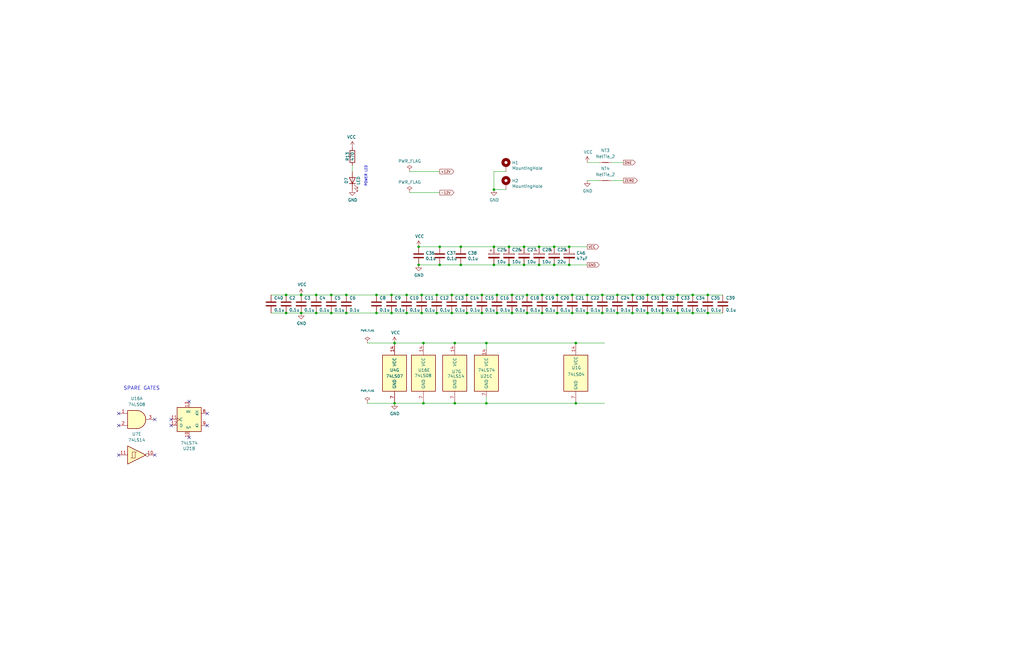
<source format=kicad_sch>
(kicad_sch (version 20211123) (generator eeschema)

  (uuid 6b243e9d-5e90-4a21-861b-d50de3ac528b)

  (paper "B")

  (title_block
    (title "Duodyne 6502 CPU board")
    (date "2025-04-12")
    (rev "V0.8")
  )

  (lib_symbols
    (symbol "74xx:74LS04" (in_bom yes) (on_board yes)
      (property "Reference" "U" (id 0) (at 0 1.27 0)
        (effects (font (size 1.27 1.27)))
      )
      (property "Value" "74LS04" (id 1) (at 0 -1.27 0)
        (effects (font (size 1.27 1.27)))
      )
      (property "Footprint" "" (id 2) (at 0 0 0)
        (effects (font (size 1.27 1.27)) hide)
      )
      (property "Datasheet" "http://www.ti.com/lit/gpn/sn74LS04" (id 3) (at 0 0 0)
        (effects (font (size 1.27 1.27)) hide)
      )
      (property "ki_locked" "" (id 4) (at 0 0 0)
        (effects (font (size 1.27 1.27)))
      )
      (property "ki_keywords" "TTL not inv" (id 5) (at 0 0 0)
        (effects (font (size 1.27 1.27)) hide)
      )
      (property "ki_description" "Hex Inverter" (id 6) (at 0 0 0)
        (effects (font (size 1.27 1.27)) hide)
      )
      (property "ki_fp_filters" "DIP*W7.62mm* SSOP?14* TSSOP?14*" (id 7) (at 0 0 0)
        (effects (font (size 1.27 1.27)) hide)
      )
      (symbol "74LS04_1_0"
        (polyline
          (pts
            (xy -3.81 3.81)
            (xy -3.81 -3.81)
            (xy 3.81 0)
            (xy -3.81 3.81)
          )
          (stroke (width 0.254) (type default) (color 0 0 0 0))
          (fill (type background))
        )
        (pin input line (at -7.62 0 0) (length 3.81)
          (name "~" (effects (font (size 1.27 1.27))))
          (number "1" (effects (font (size 1.27 1.27))))
        )
        (pin output inverted (at 7.62 0 180) (length 3.81)
          (name "~" (effects (font (size 1.27 1.27))))
          (number "2" (effects (font (size 1.27 1.27))))
        )
      )
      (symbol "74LS04_2_0"
        (polyline
          (pts
            (xy -3.81 3.81)
            (xy -3.81 -3.81)
            (xy 3.81 0)
            (xy -3.81 3.81)
          )
          (stroke (width 0.254) (type default) (color 0 0 0 0))
          (fill (type background))
        )
        (pin input line (at -7.62 0 0) (length 3.81)
          (name "~" (effects (font (size 1.27 1.27))))
          (number "3" (effects (font (size 1.27 1.27))))
        )
        (pin output inverted (at 7.62 0 180) (length 3.81)
          (name "~" (effects (font (size 1.27 1.27))))
          (number "4" (effects (font (size 1.27 1.27))))
        )
      )
      (symbol "74LS04_3_0"
        (polyline
          (pts
            (xy -3.81 3.81)
            (xy -3.81 -3.81)
            (xy 3.81 0)
            (xy -3.81 3.81)
          )
          (stroke (width 0.254) (type default) (color 0 0 0 0))
          (fill (type background))
        )
        (pin input line (at -7.62 0 0) (length 3.81)
          (name "~" (effects (font (size 1.27 1.27))))
          (number "5" (effects (font (size 1.27 1.27))))
        )
        (pin output inverted (at 7.62 0 180) (length 3.81)
          (name "~" (effects (font (size 1.27 1.27))))
          (number "6" (effects (font (size 1.27 1.27))))
        )
      )
      (symbol "74LS04_4_0"
        (polyline
          (pts
            (xy -3.81 3.81)
            (xy -3.81 -3.81)
            (xy 3.81 0)
            (xy -3.81 3.81)
          )
          (stroke (width 0.254) (type default) (color 0 0 0 0))
          (fill (type background))
        )
        (pin output inverted (at 7.62 0 180) (length 3.81)
          (name "~" (effects (font (size 1.27 1.27))))
          (number "8" (effects (font (size 1.27 1.27))))
        )
        (pin input line (at -7.62 0 0) (length 3.81)
          (name "~" (effects (font (size 1.27 1.27))))
          (number "9" (effects (font (size 1.27 1.27))))
        )
      )
      (symbol "74LS04_5_0"
        (polyline
          (pts
            (xy -3.81 3.81)
            (xy -3.81 -3.81)
            (xy 3.81 0)
            (xy -3.81 3.81)
          )
          (stroke (width 0.254) (type default) (color 0 0 0 0))
          (fill (type background))
        )
        (pin output inverted (at 7.62 0 180) (length 3.81)
          (name "~" (effects (font (size 1.27 1.27))))
          (number "10" (effects (font (size 1.27 1.27))))
        )
        (pin input line (at -7.62 0 0) (length 3.81)
          (name "~" (effects (font (size 1.27 1.27))))
          (number "11" (effects (font (size 1.27 1.27))))
        )
      )
      (symbol "74LS04_6_0"
        (polyline
          (pts
            (xy -3.81 3.81)
            (xy -3.81 -3.81)
            (xy 3.81 0)
            (xy -3.81 3.81)
          )
          (stroke (width 0.254) (type default) (color 0 0 0 0))
          (fill (type background))
        )
        (pin output inverted (at 7.62 0 180) (length 3.81)
          (name "~" (effects (font (size 1.27 1.27))))
          (number "12" (effects (font (size 1.27 1.27))))
        )
        (pin input line (at -7.62 0 0) (length 3.81)
          (name "~" (effects (font (size 1.27 1.27))))
          (number "13" (effects (font (size 1.27 1.27))))
        )
      )
      (symbol "74LS04_7_0"
        (pin power_in line (at 0 12.7 270) (length 5.08)
          (name "VCC" (effects (font (size 1.27 1.27))))
          (number "14" (effects (font (size 1.27 1.27))))
        )
        (pin power_in line (at 0 -12.7 90) (length 5.08)
          (name "GND" (effects (font (size 1.27 1.27))))
          (number "7" (effects (font (size 1.27 1.27))))
        )
      )
      (symbol "74LS04_7_1"
        (rectangle (start -5.08 7.62) (end 5.08 -7.62)
          (stroke (width 0.254) (type default) (color 0 0 0 0))
          (fill (type background))
        )
      )
    )
    (symbol "74xx:74LS07" (pin_names (offset 1.016)) (in_bom yes) (on_board yes)
      (property "Reference" "U" (id 0) (at 0 1.27 0)
        (effects (font (size 1.27 1.27)))
      )
      (property "Value" "74LS07" (id 1) (at 0 -1.27 0)
        (effects (font (size 1.27 1.27)))
      )
      (property "Footprint" "" (id 2) (at 0 0 0)
        (effects (font (size 1.27 1.27)) hide)
      )
      (property "Datasheet" "www.ti.com/lit/ds/symlink/sn74ls07.pdf" (id 3) (at 0 0 0)
        (effects (font (size 1.27 1.27)) hide)
      )
      (property "ki_locked" "" (id 4) (at 0 0 0)
        (effects (font (size 1.27 1.27)))
      )
      (property "ki_keywords" "TTL hex buffer OpenCol" (id 5) (at 0 0 0)
        (effects (font (size 1.27 1.27)) hide)
      )
      (property "ki_description" "Hex Buffers and Drivers With Open Collector High Voltage Outputs" (id 6) (at 0 0 0)
        (effects (font (size 1.27 1.27)) hide)
      )
      (property "ki_fp_filters" "SOIC*3.9x8.7mm*P1.27mm* TSSOP*4.4x5mm*P0.65mm* DIP*W7.62mm*" (id 7) (at 0 0 0)
        (effects (font (size 1.27 1.27)) hide)
      )
      (symbol "74LS07_1_0"
        (polyline
          (pts
            (xy -3.81 3.81)
            (xy -3.81 -3.81)
            (xy 3.81 0)
            (xy -3.81 3.81)
          )
          (stroke (width 0.254) (type default) (color 0 0 0 0))
          (fill (type background))
        )
        (pin input line (at -7.62 0 0) (length 3.81)
          (name "~" (effects (font (size 1.27 1.27))))
          (number "1" (effects (font (size 1.27 1.27))))
        )
        (pin open_collector line (at 7.62 0 180) (length 3.81)
          (name "~" (effects (font (size 1.27 1.27))))
          (number "2" (effects (font (size 1.27 1.27))))
        )
      )
      (symbol "74LS07_2_0"
        (polyline
          (pts
            (xy -3.81 3.81)
            (xy -3.81 -3.81)
            (xy 3.81 0)
            (xy -3.81 3.81)
          )
          (stroke (width 0.254) (type default) (color 0 0 0 0))
          (fill (type background))
        )
        (pin input line (at -7.62 0 0) (length 3.81)
          (name "~" (effects (font (size 1.27 1.27))))
          (number "3" (effects (font (size 1.27 1.27))))
        )
        (pin open_collector line (at 7.62 0 180) (length 3.81)
          (name "~" (effects (font (size 1.27 1.27))))
          (number "4" (effects (font (size 1.27 1.27))))
        )
      )
      (symbol "74LS07_3_0"
        (polyline
          (pts
            (xy -3.81 3.81)
            (xy -3.81 -3.81)
            (xy 3.81 0)
            (xy -3.81 3.81)
          )
          (stroke (width 0.254) (type default) (color 0 0 0 0))
          (fill (type background))
        )
        (pin input line (at -7.62 0 0) (length 3.81)
          (name "~" (effects (font (size 1.27 1.27))))
          (number "5" (effects (font (size 1.27 1.27))))
        )
        (pin open_collector line (at 7.62 0 180) (length 3.81)
          (name "~" (effects (font (size 1.27 1.27))))
          (number "6" (effects (font (size 1.27 1.27))))
        )
      )
      (symbol "74LS07_4_0"
        (polyline
          (pts
            (xy -3.81 3.81)
            (xy -3.81 -3.81)
            (xy 3.81 0)
            (xy -3.81 3.81)
          )
          (stroke (width 0.254) (type default) (color 0 0 0 0))
          (fill (type background))
        )
        (pin open_collector line (at 7.62 0 180) (length 3.81)
          (name "~" (effects (font (size 1.27 1.27))))
          (number "8" (effects (font (size 1.27 1.27))))
        )
        (pin input line (at -7.62 0 0) (length 3.81)
          (name "~" (effects (font (size 1.27 1.27))))
          (number "9" (effects (font (size 1.27 1.27))))
        )
      )
      (symbol "74LS07_5_0"
        (polyline
          (pts
            (xy -3.81 3.81)
            (xy -3.81 -3.81)
            (xy 3.81 0)
            (xy -3.81 3.81)
          )
          (stroke (width 0.254) (type default) (color 0 0 0 0))
          (fill (type background))
        )
        (pin open_collector line (at 7.62 0 180) (length 3.81)
          (name "~" (effects (font (size 1.27 1.27))))
          (number "10" (effects (font (size 1.27 1.27))))
        )
        (pin input line (at -7.62 0 0) (length 3.81)
          (name "~" (effects (font (size 1.27 1.27))))
          (number "11" (effects (font (size 1.27 1.27))))
        )
      )
      (symbol "74LS07_6_0"
        (polyline
          (pts
            (xy -3.81 3.81)
            (xy -3.81 -3.81)
            (xy 3.81 0)
            (xy -3.81 3.81)
          )
          (stroke (width 0.254) (type default) (color 0 0 0 0))
          (fill (type background))
        )
        (pin open_collector line (at 7.62 0 180) (length 3.81)
          (name "~" (effects (font (size 1.27 1.27))))
          (number "12" (effects (font (size 1.27 1.27))))
        )
        (pin input line (at -7.62 0 0) (length 3.81)
          (name "~" (effects (font (size 1.27 1.27))))
          (number "13" (effects (font (size 1.27 1.27))))
        )
      )
      (symbol "74LS07_7_0"
        (pin power_in line (at 0 12.7 270) (length 5.08)
          (name "VCC" (effects (font (size 1.27 1.27))))
          (number "14" (effects (font (size 1.27 1.27))))
        )
        (pin power_in line (at 0 -12.7 90) (length 5.08)
          (name "GND" (effects (font (size 1.27 1.27))))
          (number "7" (effects (font (size 1.27 1.27))))
        )
      )
      (symbol "74LS07_7_1"
        (rectangle (start -5.08 7.62) (end 5.08 -7.62)
          (stroke (width 0.254) (type default) (color 0 0 0 0))
          (fill (type background))
        )
      )
    )
    (symbol "74xx:74LS08" (pin_names (offset 1.016)) (in_bom yes) (on_board yes)
      (property "Reference" "U" (id 0) (at 0 1.27 0)
        (effects (font (size 1.27 1.27)))
      )
      (property "Value" "74LS08" (id 1) (at 0 -1.27 0)
        (effects (font (size 1.27 1.27)))
      )
      (property "Footprint" "" (id 2) (at 0 0 0)
        (effects (font (size 1.27 1.27)) hide)
      )
      (property "Datasheet" "http://www.ti.com/lit/gpn/sn74LS08" (id 3) (at 0 0 0)
        (effects (font (size 1.27 1.27)) hide)
      )
      (property "ki_locked" "" (id 4) (at 0 0 0)
        (effects (font (size 1.27 1.27)))
      )
      (property "ki_keywords" "TTL and2" (id 5) (at 0 0 0)
        (effects (font (size 1.27 1.27)) hide)
      )
      (property "ki_description" "Quad And2" (id 6) (at 0 0 0)
        (effects (font (size 1.27 1.27)) hide)
      )
      (property "ki_fp_filters" "DIP*W7.62mm*" (id 7) (at 0 0 0)
        (effects (font (size 1.27 1.27)) hide)
      )
      (symbol "74LS08_1_1"
        (arc (start 0 -3.81) (mid 3.81 0) (end 0 3.81)
          (stroke (width 0.254) (type default) (color 0 0 0 0))
          (fill (type background))
        )
        (polyline
          (pts
            (xy 0 3.81)
            (xy -3.81 3.81)
            (xy -3.81 -3.81)
            (xy 0 -3.81)
          )
          (stroke (width 0.254) (type default) (color 0 0 0 0))
          (fill (type background))
        )
        (pin input line (at -7.62 2.54 0) (length 3.81)
          (name "~" (effects (font (size 1.27 1.27))))
          (number "1" (effects (font (size 1.27 1.27))))
        )
        (pin input line (at -7.62 -2.54 0) (length 3.81)
          (name "~" (effects (font (size 1.27 1.27))))
          (number "2" (effects (font (size 1.27 1.27))))
        )
        (pin output line (at 7.62 0 180) (length 3.81)
          (name "~" (effects (font (size 1.27 1.27))))
          (number "3" (effects (font (size 1.27 1.27))))
        )
      )
      (symbol "74LS08_1_2"
        (arc (start -3.81 -3.81) (mid -2.589 0) (end -3.81 3.81)
          (stroke (width 0.254) (type default) (color 0 0 0 0))
          (fill (type none))
        )
        (arc (start -0.6096 -3.81) (mid 2.1842 -2.5851) (end 3.81 0)
          (stroke (width 0.254) (type default) (color 0 0 0 0))
          (fill (type background))
        )
        (polyline
          (pts
            (xy -3.81 -3.81)
            (xy -0.635 -3.81)
          )
          (stroke (width 0.254) (type default) (color 0 0 0 0))
          (fill (type background))
        )
        (polyline
          (pts
            (xy -3.81 3.81)
            (xy -0.635 3.81)
          )
          (stroke (width 0.254) (type default) (color 0 0 0 0))
          (fill (type background))
        )
        (polyline
          (pts
            (xy -0.635 3.81)
            (xy -3.81 3.81)
            (xy -3.81 3.81)
            (xy -3.556 3.4036)
            (xy -3.0226 2.2606)
            (xy -2.6924 1.0414)
            (xy -2.6162 -0.254)
            (xy -2.7686 -1.4986)
            (xy -3.175 -2.7178)
            (xy -3.81 -3.81)
            (xy -3.81 -3.81)
            (xy -0.635 -3.81)
          )
          (stroke (width -25.4) (type default) (color 0 0 0 0))
          (fill (type background))
        )
        (arc (start 3.81 0) (mid 2.1915 2.5936) (end -0.6096 3.81)
          (stroke (width 0.254) (type default) (color 0 0 0 0))
          (fill (type background))
        )
        (pin input inverted (at -7.62 2.54 0) (length 4.318)
          (name "~" (effects (font (size 1.27 1.27))))
          (number "1" (effects (font (size 1.27 1.27))))
        )
        (pin input inverted (at -7.62 -2.54 0) (length 4.318)
          (name "~" (effects (font (size 1.27 1.27))))
          (number "2" (effects (font (size 1.27 1.27))))
        )
        (pin output inverted (at 7.62 0 180) (length 3.81)
          (name "~" (effects (font (size 1.27 1.27))))
          (number "3" (effects (font (size 1.27 1.27))))
        )
      )
      (symbol "74LS08_2_1"
        (arc (start 0 -3.81) (mid 3.81 0) (end 0 3.81)
          (stroke (width 0.254) (type default) (color 0 0 0 0))
          (fill (type background))
        )
        (polyline
          (pts
            (xy 0 3.81)
            (xy -3.81 3.81)
            (xy -3.81 -3.81)
            (xy 0 -3.81)
          )
          (stroke (width 0.254) (type default) (color 0 0 0 0))
          (fill (type background))
        )
        (pin input line (at -7.62 2.54 0) (length 3.81)
          (name "~" (effects (font (size 1.27 1.27))))
          (number "4" (effects (font (size 1.27 1.27))))
        )
        (pin input line (at -7.62 -2.54 0) (length 3.81)
          (name "~" (effects (font (size 1.27 1.27))))
          (number "5" (effects (font (size 1.27 1.27))))
        )
        (pin output line (at 7.62 0 180) (length 3.81)
          (name "~" (effects (font (size 1.27 1.27))))
          (number "6" (effects (font (size 1.27 1.27))))
        )
      )
      (symbol "74LS08_2_2"
        (arc (start -3.81 -3.81) (mid -2.589 0) (end -3.81 3.81)
          (stroke (width 0.254) (type default) (color 0 0 0 0))
          (fill (type none))
        )
        (arc (start -0.6096 -3.81) (mid 2.1842 -2.5851) (end 3.81 0)
          (stroke (width 0.254) (type default) (color 0 0 0 0))
          (fill (type background))
        )
        (polyline
          (pts
            (xy -3.81 -3.81)
            (xy -0.635 -3.81)
          )
          (stroke (width 0.254) (type default) (color 0 0 0 0))
          (fill (type background))
        )
        (polyline
          (pts
            (xy -3.81 3.81)
            (xy -0.635 3.81)
          )
          (stroke (width 0.254) (type default) (color 0 0 0 0))
          (fill (type background))
        )
        (polyline
          (pts
            (xy -0.635 3.81)
            (xy -3.81 3.81)
            (xy -3.81 3.81)
            (xy -3.556 3.4036)
            (xy -3.0226 2.2606)
            (xy -2.6924 1.0414)
            (xy -2.6162 -0.254)
            (xy -2.7686 -1.4986)
            (xy -3.175 -2.7178)
            (xy -3.81 -3.81)
            (xy -3.81 -3.81)
            (xy -0.635 -3.81)
          )
          (stroke (width -25.4) (type default) (color 0 0 0 0))
          (fill (type background))
        )
        (arc (start 3.81 0) (mid 2.1915 2.5936) (end -0.6096 3.81)
          (stroke (width 0.254) (type default) (color 0 0 0 0))
          (fill (type background))
        )
        (pin input inverted (at -7.62 2.54 0) (length 4.318)
          (name "~" (effects (font (size 1.27 1.27))))
          (number "4" (effects (font (size 1.27 1.27))))
        )
        (pin input inverted (at -7.62 -2.54 0) (length 4.318)
          (name "~" (effects (font (size 1.27 1.27))))
          (number "5" (effects (font (size 1.27 1.27))))
        )
        (pin output inverted (at 7.62 0 180) (length 3.81)
          (name "~" (effects (font (size 1.27 1.27))))
          (number "6" (effects (font (size 1.27 1.27))))
        )
      )
      (symbol "74LS08_3_1"
        (arc (start 0 -3.81) (mid 3.81 0) (end 0 3.81)
          (stroke (width 0.254) (type default) (color 0 0 0 0))
          (fill (type background))
        )
        (polyline
          (pts
            (xy 0 3.81)
            (xy -3.81 3.81)
            (xy -3.81 -3.81)
            (xy 0 -3.81)
          )
          (stroke (width 0.254) (type default) (color 0 0 0 0))
          (fill (type background))
        )
        (pin input line (at -7.62 -2.54 0) (length 3.81)
          (name "~" (effects (font (size 1.27 1.27))))
          (number "10" (effects (font (size 1.27 1.27))))
        )
        (pin output line (at 7.62 0 180) (length 3.81)
          (name "~" (effects (font (size 1.27 1.27))))
          (number "8" (effects (font (size 1.27 1.27))))
        )
        (pin input line (at -7.62 2.54 0) (length 3.81)
          (name "~" (effects (font (size 1.27 1.27))))
          (number "9" (effects (font (size 1.27 1.27))))
        )
      )
      (symbol "74LS08_3_2"
        (arc (start -3.81 -3.81) (mid -2.589 0) (end -3.81 3.81)
          (stroke (width 0.254) (type default) (color 0 0 0 0))
          (fill (type none))
        )
        (arc (start -0.6096 -3.81) (mid 2.1842 -2.5851) (end 3.81 0)
          (stroke (width 0.254) (type default) (color 0 0 0 0))
          (fill (type background))
        )
        (polyline
          (pts
            (xy -3.81 -3.81)
            (xy -0.635 -3.81)
          )
          (stroke (width 0.254) (type default) (color 0 0 0 0))
          (fill (type background))
        )
        (polyline
          (pts
            (xy -3.81 3.81)
            (xy -0.635 3.81)
          )
          (stroke (width 0.254) (type default) (color 0 0 0 0))
          (fill (type background))
        )
        (polyline
          (pts
            (xy -0.635 3.81)
            (xy -3.81 3.81)
            (xy -3.81 3.81)
            (xy -3.556 3.4036)
            (xy -3.0226 2.2606)
            (xy -2.6924 1.0414)
            (xy -2.6162 -0.254)
            (xy -2.7686 -1.4986)
            (xy -3.175 -2.7178)
            (xy -3.81 -3.81)
            (xy -3.81 -3.81)
            (xy -0.635 -3.81)
          )
          (stroke (width -25.4) (type default) (color 0 0 0 0))
          (fill (type background))
        )
        (arc (start 3.81 0) (mid 2.1915 2.5936) (end -0.6096 3.81)
          (stroke (width 0.254) (type default) (color 0 0 0 0))
          (fill (type background))
        )
        (pin input inverted (at -7.62 -2.54 0) (length 4.318)
          (name "~" (effects (font (size 1.27 1.27))))
          (number "10" (effects (font (size 1.27 1.27))))
        )
        (pin output inverted (at 7.62 0 180) (length 3.81)
          (name "~" (effects (font (size 1.27 1.27))))
          (number "8" (effects (font (size 1.27 1.27))))
        )
        (pin input inverted (at -7.62 2.54 0) (length 4.318)
          (name "~" (effects (font (size 1.27 1.27))))
          (number "9" (effects (font (size 1.27 1.27))))
        )
      )
      (symbol "74LS08_4_1"
        (arc (start 0 -3.81) (mid 3.81 0) (end 0 3.81)
          (stroke (width 0.254) (type default) (color 0 0 0 0))
          (fill (type background))
        )
        (polyline
          (pts
            (xy 0 3.81)
            (xy -3.81 3.81)
            (xy -3.81 -3.81)
            (xy 0 -3.81)
          )
          (stroke (width 0.254) (type default) (color 0 0 0 0))
          (fill (type background))
        )
        (pin output line (at 7.62 0 180) (length 3.81)
          (name "~" (effects (font (size 1.27 1.27))))
          (number "11" (effects (font (size 1.27 1.27))))
        )
        (pin input line (at -7.62 2.54 0) (length 3.81)
          (name "~" (effects (font (size 1.27 1.27))))
          (number "12" (effects (font (size 1.27 1.27))))
        )
        (pin input line (at -7.62 -2.54 0) (length 3.81)
          (name "~" (effects (font (size 1.27 1.27))))
          (number "13" (effects (font (size 1.27 1.27))))
        )
      )
      (symbol "74LS08_4_2"
        (arc (start -3.81 -3.81) (mid -2.589 0) (end -3.81 3.81)
          (stroke (width 0.254) (type default) (color 0 0 0 0))
          (fill (type none))
        )
        (arc (start -0.6096 -3.81) (mid 2.1842 -2.5851) (end 3.81 0)
          (stroke (width 0.254) (type default) (color 0 0 0 0))
          (fill (type background))
        )
        (polyline
          (pts
            (xy -3.81 -3.81)
            (xy -0.635 -3.81)
          )
          (stroke (width 0.254) (type default) (color 0 0 0 0))
          (fill (type background))
        )
        (polyline
          (pts
            (xy -3.81 3.81)
            (xy -0.635 3.81)
          )
          (stroke (width 0.254) (type default) (color 0 0 0 0))
          (fill (type background))
        )
        (polyline
          (pts
            (xy -0.635 3.81)
            (xy -3.81 3.81)
            (xy -3.81 3.81)
            (xy -3.556 3.4036)
            (xy -3.0226 2.2606)
            (xy -2.6924 1.0414)
            (xy -2.6162 -0.254)
            (xy -2.7686 -1.4986)
            (xy -3.175 -2.7178)
            (xy -3.81 -3.81)
            (xy -3.81 -3.81)
            (xy -0.635 -3.81)
          )
          (stroke (width -25.4) (type default) (color 0 0 0 0))
          (fill (type background))
        )
        (arc (start 3.81 0) (mid 2.1915 2.5936) (end -0.6096 3.81)
          (stroke (width 0.254) (type default) (color 0 0 0 0))
          (fill (type background))
        )
        (pin output inverted (at 7.62 0 180) (length 3.81)
          (name "~" (effects (font (size 1.27 1.27))))
          (number "11" (effects (font (size 1.27 1.27))))
        )
        (pin input inverted (at -7.62 2.54 0) (length 4.318)
          (name "~" (effects (font (size 1.27 1.27))))
          (number "12" (effects (font (size 1.27 1.27))))
        )
        (pin input inverted (at -7.62 -2.54 0) (length 4.318)
          (name "~" (effects (font (size 1.27 1.27))))
          (number "13" (effects (font (size 1.27 1.27))))
        )
      )
      (symbol "74LS08_5_0"
        (pin power_in line (at 0 12.7 270) (length 5.08)
          (name "VCC" (effects (font (size 1.27 1.27))))
          (number "14" (effects (font (size 1.27 1.27))))
        )
        (pin power_in line (at 0 -12.7 90) (length 5.08)
          (name "GND" (effects (font (size 1.27 1.27))))
          (number "7" (effects (font (size 1.27 1.27))))
        )
      )
      (symbol "74LS08_5_1"
        (rectangle (start -5.08 7.62) (end 5.08 -7.62)
          (stroke (width 0.254) (type default) (color 0 0 0 0))
          (fill (type background))
        )
      )
    )
    (symbol "74xx:74LS14" (pin_names (offset 1.016)) (in_bom yes) (on_board yes)
      (property "Reference" "U" (id 0) (at 0 1.27 0)
        (effects (font (size 1.27 1.27)))
      )
      (property "Value" "74LS14" (id 1) (at 0 -1.27 0)
        (effects (font (size 1.27 1.27)))
      )
      (property "Footprint" "" (id 2) (at 0 0 0)
        (effects (font (size 1.27 1.27)) hide)
      )
      (property "Datasheet" "http://www.ti.com/lit/gpn/sn74LS14" (id 3) (at 0 0 0)
        (effects (font (size 1.27 1.27)) hide)
      )
      (property "ki_locked" "" (id 4) (at 0 0 0)
        (effects (font (size 1.27 1.27)))
      )
      (property "ki_keywords" "TTL not inverter" (id 5) (at 0 0 0)
        (effects (font (size 1.27 1.27)) hide)
      )
      (property "ki_description" "Hex inverter schmitt trigger" (id 6) (at 0 0 0)
        (effects (font (size 1.27 1.27)) hide)
      )
      (property "ki_fp_filters" "DIP*W7.62mm*" (id 7) (at 0 0 0)
        (effects (font (size 1.27 1.27)) hide)
      )
      (symbol "74LS14_1_0"
        (polyline
          (pts
            (xy -3.81 3.81)
            (xy -3.81 -3.81)
            (xy 3.81 0)
            (xy -3.81 3.81)
          )
          (stroke (width 0.254) (type default) (color 0 0 0 0))
          (fill (type background))
        )
        (pin input line (at -7.62 0 0) (length 3.81)
          (name "~" (effects (font (size 1.27 1.27))))
          (number "1" (effects (font (size 1.27 1.27))))
        )
        (pin output inverted (at 7.62 0 180) (length 3.81)
          (name "~" (effects (font (size 1.27 1.27))))
          (number "2" (effects (font (size 1.27 1.27))))
        )
      )
      (symbol "74LS14_1_1"
        (polyline
          (pts
            (xy -1.905 -1.27)
            (xy -1.905 1.27)
            (xy -0.635 1.27)
          )
          (stroke (width 0) (type default) (color 0 0 0 0))
          (fill (type none))
        )
        (polyline
          (pts
            (xy -2.54 -1.27)
            (xy -0.635 -1.27)
            (xy -0.635 1.27)
            (xy 0 1.27)
          )
          (stroke (width 0) (type default) (color 0 0 0 0))
          (fill (type none))
        )
      )
      (symbol "74LS14_2_0"
        (polyline
          (pts
            (xy -3.81 3.81)
            (xy -3.81 -3.81)
            (xy 3.81 0)
            (xy -3.81 3.81)
          )
          (stroke (width 0.254) (type default) (color 0 0 0 0))
          (fill (type background))
        )
        (pin input line (at -7.62 0 0) (length 3.81)
          (name "~" (effects (font (size 1.27 1.27))))
          (number "3" (effects (font (size 1.27 1.27))))
        )
        (pin output inverted (at 7.62 0 180) (length 3.81)
          (name "~" (effects (font (size 1.27 1.27))))
          (number "4" (effects (font (size 1.27 1.27))))
        )
      )
      (symbol "74LS14_2_1"
        (polyline
          (pts
            (xy -1.905 -1.27)
            (xy -1.905 1.27)
            (xy -0.635 1.27)
          )
          (stroke (width 0) (type default) (color 0 0 0 0))
          (fill (type none))
        )
        (polyline
          (pts
            (xy -2.54 -1.27)
            (xy -0.635 -1.27)
            (xy -0.635 1.27)
            (xy 0 1.27)
          )
          (stroke (width 0) (type default) (color 0 0 0 0))
          (fill (type none))
        )
      )
      (symbol "74LS14_3_0"
        (polyline
          (pts
            (xy -3.81 3.81)
            (xy -3.81 -3.81)
            (xy 3.81 0)
            (xy -3.81 3.81)
          )
          (stroke (width 0.254) (type default) (color 0 0 0 0))
          (fill (type background))
        )
        (pin input line (at -7.62 0 0) (length 3.81)
          (name "~" (effects (font (size 1.27 1.27))))
          (number "5" (effects (font (size 1.27 1.27))))
        )
        (pin output inverted (at 7.62 0 180) (length 3.81)
          (name "~" (effects (font (size 1.27 1.27))))
          (number "6" (effects (font (size 1.27 1.27))))
        )
      )
      (symbol "74LS14_3_1"
        (polyline
          (pts
            (xy -1.905 -1.27)
            (xy -1.905 1.27)
            (xy -0.635 1.27)
          )
          (stroke (width 0) (type default) (color 0 0 0 0))
          (fill (type none))
        )
        (polyline
          (pts
            (xy -2.54 -1.27)
            (xy -0.635 -1.27)
            (xy -0.635 1.27)
            (xy 0 1.27)
          )
          (stroke (width 0) (type default) (color 0 0 0 0))
          (fill (type none))
        )
      )
      (symbol "74LS14_4_0"
        (polyline
          (pts
            (xy -3.81 3.81)
            (xy -3.81 -3.81)
            (xy 3.81 0)
            (xy -3.81 3.81)
          )
          (stroke (width 0.254) (type default) (color 0 0 0 0))
          (fill (type background))
        )
        (pin output inverted (at 7.62 0 180) (length 3.81)
          (name "~" (effects (font (size 1.27 1.27))))
          (number "8" (effects (font (size 1.27 1.27))))
        )
        (pin input line (at -7.62 0 0) (length 3.81)
          (name "~" (effects (font (size 1.27 1.27))))
          (number "9" (effects (font (size 1.27 1.27))))
        )
      )
      (symbol "74LS14_4_1"
        (polyline
          (pts
            (xy -1.905 -1.27)
            (xy -1.905 1.27)
            (xy -0.635 1.27)
          )
          (stroke (width 0) (type default) (color 0 0 0 0))
          (fill (type none))
        )
        (polyline
          (pts
            (xy -2.54 -1.27)
            (xy -0.635 -1.27)
            (xy -0.635 1.27)
            (xy 0 1.27)
          )
          (stroke (width 0) (type default) (color 0 0 0 0))
          (fill (type none))
        )
      )
      (symbol "74LS14_5_0"
        (polyline
          (pts
            (xy -3.81 3.81)
            (xy -3.81 -3.81)
            (xy 3.81 0)
            (xy -3.81 3.81)
          )
          (stroke (width 0.254) (type default) (color 0 0 0 0))
          (fill (type background))
        )
        (pin output inverted (at 7.62 0 180) (length 3.81)
          (name "~" (effects (font (size 1.27 1.27))))
          (number "10" (effects (font (size 1.27 1.27))))
        )
        (pin input line (at -7.62 0 0) (length 3.81)
          (name "~" (effects (font (size 1.27 1.27))))
          (number "11" (effects (font (size 1.27 1.27))))
        )
      )
      (symbol "74LS14_5_1"
        (polyline
          (pts
            (xy -1.905 -1.27)
            (xy -1.905 1.27)
            (xy -0.635 1.27)
          )
          (stroke (width 0) (type default) (color 0 0 0 0))
          (fill (type none))
        )
        (polyline
          (pts
            (xy -2.54 -1.27)
            (xy -0.635 -1.27)
            (xy -0.635 1.27)
            (xy 0 1.27)
          )
          (stroke (width 0) (type default) (color 0 0 0 0))
          (fill (type none))
        )
      )
      (symbol "74LS14_6_0"
        (polyline
          (pts
            (xy -3.81 3.81)
            (xy -3.81 -3.81)
            (xy 3.81 0)
            (xy -3.81 3.81)
          )
          (stroke (width 0.254) (type default) (color 0 0 0 0))
          (fill (type background))
        )
        (pin output inverted (at 7.62 0 180) (length 3.81)
          (name "~" (effects (font (size 1.27 1.27))))
          (number "12" (effects (font (size 1.27 1.27))))
        )
        (pin input line (at -7.62 0 0) (length 3.81)
          (name "~" (effects (font (size 1.27 1.27))))
          (number "13" (effects (font (size 1.27 1.27))))
        )
      )
      (symbol "74LS14_6_1"
        (polyline
          (pts
            (xy -1.905 -1.27)
            (xy -1.905 1.27)
            (xy -0.635 1.27)
          )
          (stroke (width 0) (type default) (color 0 0 0 0))
          (fill (type none))
        )
        (polyline
          (pts
            (xy -2.54 -1.27)
            (xy -0.635 -1.27)
            (xy -0.635 1.27)
            (xy 0 1.27)
          )
          (stroke (width 0) (type default) (color 0 0 0 0))
          (fill (type none))
        )
      )
      (symbol "74LS14_7_0"
        (pin power_in line (at 0 12.7 270) (length 5.08)
          (name "VCC" (effects (font (size 1.27 1.27))))
          (number "14" (effects (font (size 1.27 1.27))))
        )
        (pin power_in line (at 0 -12.7 90) (length 5.08)
          (name "GND" (effects (font (size 1.27 1.27))))
          (number "7" (effects (font (size 1.27 1.27))))
        )
      )
      (symbol "74LS14_7_1"
        (rectangle (start -5.08 7.62) (end 5.08 -7.62)
          (stroke (width 0.254) (type default) (color 0 0 0 0))
          (fill (type background))
        )
      )
    )
    (symbol "74xx:74LS74" (pin_names (offset 1.016)) (in_bom yes) (on_board yes)
      (property "Reference" "U" (id 0) (at -7.62 8.89 0)
        (effects (font (size 1.27 1.27)))
      )
      (property "Value" "74LS74" (id 1) (at -7.62 -8.89 0)
        (effects (font (size 1.27 1.27)))
      )
      (property "Footprint" "" (id 2) (at 0 0 0)
        (effects (font (size 1.27 1.27)) hide)
      )
      (property "Datasheet" "74xx/74hc_hct74.pdf" (id 3) (at 0 0 0)
        (effects (font (size 1.27 1.27)) hide)
      )
      (property "ki_locked" "" (id 4) (at 0 0 0)
        (effects (font (size 1.27 1.27)))
      )
      (property "ki_keywords" "TTL DFF" (id 5) (at 0 0 0)
        (effects (font (size 1.27 1.27)) hide)
      )
      (property "ki_description" "Dual D Flip-flop, Set & Reset" (id 6) (at 0 0 0)
        (effects (font (size 1.27 1.27)) hide)
      )
      (property "ki_fp_filters" "DIP*W7.62mm*" (id 7) (at 0 0 0)
        (effects (font (size 1.27 1.27)) hide)
      )
      (symbol "74LS74_1_0"
        (pin input line (at 0 -7.62 90) (length 2.54)
          (name "~{R}" (effects (font (size 1.27 1.27))))
          (number "1" (effects (font (size 1.27 1.27))))
        )
        (pin input line (at -7.62 2.54 0) (length 2.54)
          (name "D" (effects (font (size 1.27 1.27))))
          (number "2" (effects (font (size 1.27 1.27))))
        )
        (pin input clock (at -7.62 0 0) (length 2.54)
          (name "C" (effects (font (size 1.27 1.27))))
          (number "3" (effects (font (size 1.27 1.27))))
        )
        (pin input line (at 0 7.62 270) (length 2.54)
          (name "~{S}" (effects (font (size 1.27 1.27))))
          (number "4" (effects (font (size 1.27 1.27))))
        )
        (pin output line (at 7.62 2.54 180) (length 2.54)
          (name "Q" (effects (font (size 1.27 1.27))))
          (number "5" (effects (font (size 1.27 1.27))))
        )
        (pin output line (at 7.62 -2.54 180) (length 2.54)
          (name "~{Q}" (effects (font (size 1.27 1.27))))
          (number "6" (effects (font (size 1.27 1.27))))
        )
      )
      (symbol "74LS74_1_1"
        (rectangle (start -5.08 5.08) (end 5.08 -5.08)
          (stroke (width 0.254) (type default) (color 0 0 0 0))
          (fill (type background))
        )
      )
      (symbol "74LS74_2_0"
        (pin input line (at 0 7.62 270) (length 2.54)
          (name "~{S}" (effects (font (size 1.27 1.27))))
          (number "10" (effects (font (size 1.27 1.27))))
        )
        (pin input clock (at -7.62 0 0) (length 2.54)
          (name "C" (effects (font (size 1.27 1.27))))
          (number "11" (effects (font (size 1.27 1.27))))
        )
        (pin input line (at -7.62 2.54 0) (length 2.54)
          (name "D" (effects (font (size 1.27 1.27))))
          (number "12" (effects (font (size 1.27 1.27))))
        )
        (pin input line (at 0 -7.62 90) (length 2.54)
          (name "~{R}" (effects (font (size 1.27 1.27))))
          (number "13" (effects (font (size 1.27 1.27))))
        )
        (pin output line (at 7.62 -2.54 180) (length 2.54)
          (name "~{Q}" (effects (font (size 1.27 1.27))))
          (number "8" (effects (font (size 1.27 1.27))))
        )
        (pin output line (at 7.62 2.54 180) (length 2.54)
          (name "Q" (effects (font (size 1.27 1.27))))
          (number "9" (effects (font (size 1.27 1.27))))
        )
      )
      (symbol "74LS74_2_1"
        (rectangle (start -5.08 5.08) (end 5.08 -5.08)
          (stroke (width 0.254) (type default) (color 0 0 0 0))
          (fill (type background))
        )
      )
      (symbol "74LS74_3_0"
        (pin power_in line (at 0 10.16 270) (length 2.54)
          (name "VCC" (effects (font (size 1.27 1.27))))
          (number "14" (effects (font (size 1.27 1.27))))
        )
        (pin power_in line (at 0 -10.16 90) (length 2.54)
          (name "GND" (effects (font (size 1.27 1.27))))
          (number "7" (effects (font (size 1.27 1.27))))
        )
      )
      (symbol "74LS74_3_1"
        (rectangle (start -5.08 7.62) (end 5.08 -7.62)
          (stroke (width 0.254) (type default) (color 0 0 0 0))
          (fill (type background))
        )
      )
    )
    (symbol "Device:C" (pin_numbers hide) (pin_names (offset 0.254)) (in_bom yes) (on_board yes)
      (property "Reference" "C" (id 0) (at 0.635 2.54 0)
        (effects (font (size 1.27 1.27)) (justify left))
      )
      (property "Value" "C" (id 1) (at 0.635 -2.54 0)
        (effects (font (size 1.27 1.27)) (justify left))
      )
      (property "Footprint" "" (id 2) (at 0.9652 -3.81 0)
        (effects (font (size 1.27 1.27)) hide)
      )
      (property "Datasheet" "~" (id 3) (at 0 0 0)
        (effects (font (size 1.27 1.27)) hide)
      )
      (property "ki_keywords" "cap capacitor" (id 4) (at 0 0 0)
        (effects (font (size 1.27 1.27)) hide)
      )
      (property "ki_description" "Unpolarized capacitor" (id 5) (at 0 0 0)
        (effects (font (size 1.27 1.27)) hide)
      )
      (property "ki_fp_filters" "C_*" (id 6) (at 0 0 0)
        (effects (font (size 1.27 1.27)) hide)
      )
      (symbol "C_0_1"
        (polyline
          (pts
            (xy -2.032 -0.762)
            (xy 2.032 -0.762)
          )
          (stroke (width 0.508) (type default) (color 0 0 0 0))
          (fill (type none))
        )
        (polyline
          (pts
            (xy -2.032 0.762)
            (xy 2.032 0.762)
          )
          (stroke (width 0.508) (type default) (color 0 0 0 0))
          (fill (type none))
        )
      )
      (symbol "C_1_1"
        (pin passive line (at 0 3.81 270) (length 2.794)
          (name "~" (effects (font (size 1.27 1.27))))
          (number "1" (effects (font (size 1.27 1.27))))
        )
        (pin passive line (at 0 -3.81 90) (length 2.794)
          (name "~" (effects (font (size 1.27 1.27))))
          (number "2" (effects (font (size 1.27 1.27))))
        )
      )
    )
    (symbol "Device:C_Polarized" (pin_numbers hide) (pin_names (offset 0.254)) (in_bom yes) (on_board yes)
      (property "Reference" "C" (id 0) (at 0.635 2.54 0)
        (effects (font (size 1.27 1.27)) (justify left))
      )
      (property "Value" "C_Polarized" (id 1) (at 0.635 -2.54 0)
        (effects (font (size 1.27 1.27)) (justify left))
      )
      (property "Footprint" "" (id 2) (at 0.9652 -3.81 0)
        (effects (font (size 1.27 1.27)) hide)
      )
      (property "Datasheet" "~" (id 3) (at 0 0 0)
        (effects (font (size 1.27 1.27)) hide)
      )
      (property "ki_keywords" "cap capacitor" (id 4) (at 0 0 0)
        (effects (font (size 1.27 1.27)) hide)
      )
      (property "ki_description" "Polarized capacitor" (id 5) (at 0 0 0)
        (effects (font (size 1.27 1.27)) hide)
      )
      (property "ki_fp_filters" "CP_*" (id 6) (at 0 0 0)
        (effects (font (size 1.27 1.27)) hide)
      )
      (symbol "C_Polarized_0_1"
        (rectangle (start -2.286 0.508) (end 2.286 1.016)
          (stroke (width 0) (type default) (color 0 0 0 0))
          (fill (type none))
        )
        (polyline
          (pts
            (xy -1.778 2.286)
            (xy -0.762 2.286)
          )
          (stroke (width 0) (type default) (color 0 0 0 0))
          (fill (type none))
        )
        (polyline
          (pts
            (xy -1.27 2.794)
            (xy -1.27 1.778)
          )
          (stroke (width 0) (type default) (color 0 0 0 0))
          (fill (type none))
        )
        (rectangle (start 2.286 -0.508) (end -2.286 -1.016)
          (stroke (width 0) (type default) (color 0 0 0 0))
          (fill (type outline))
        )
      )
      (symbol "C_Polarized_1_1"
        (pin passive line (at 0 3.81 270) (length 2.794)
          (name "~" (effects (font (size 1.27 1.27))))
          (number "1" (effects (font (size 1.27 1.27))))
        )
        (pin passive line (at 0 -3.81 90) (length 2.794)
          (name "~" (effects (font (size 1.27 1.27))))
          (number "2" (effects (font (size 1.27 1.27))))
        )
      )
    )
    (symbol "Device:LED" (pin_numbers hide) (pin_names (offset 1.016) hide) (in_bom yes) (on_board yes)
      (property "Reference" "D" (id 0) (at 0 2.54 0)
        (effects (font (size 1.27 1.27)))
      )
      (property "Value" "LED" (id 1) (at 0 -2.54 0)
        (effects (font (size 1.27 1.27)))
      )
      (property "Footprint" "" (id 2) (at 0 0 0)
        (effects (font (size 1.27 1.27)) hide)
      )
      (property "Datasheet" "~" (id 3) (at 0 0 0)
        (effects (font (size 1.27 1.27)) hide)
      )
      (property "ki_keywords" "LED diode" (id 4) (at 0 0 0)
        (effects (font (size 1.27 1.27)) hide)
      )
      (property "ki_description" "Light emitting diode" (id 5) (at 0 0 0)
        (effects (font (size 1.27 1.27)) hide)
      )
      (property "ki_fp_filters" "LED* LED_SMD:* LED_THT:*" (id 6) (at 0 0 0)
        (effects (font (size 1.27 1.27)) hide)
      )
      (symbol "LED_0_1"
        (polyline
          (pts
            (xy -1.27 -1.27)
            (xy -1.27 1.27)
          )
          (stroke (width 0.254) (type default) (color 0 0 0 0))
          (fill (type none))
        )
        (polyline
          (pts
            (xy -1.27 0)
            (xy 1.27 0)
          )
          (stroke (width 0) (type default) (color 0 0 0 0))
          (fill (type none))
        )
        (polyline
          (pts
            (xy 1.27 -1.27)
            (xy 1.27 1.27)
            (xy -1.27 0)
            (xy 1.27 -1.27)
          )
          (stroke (width 0.254) (type default) (color 0 0 0 0))
          (fill (type none))
        )
        (polyline
          (pts
            (xy -3.048 -0.762)
            (xy -4.572 -2.286)
            (xy -3.81 -2.286)
            (xy -4.572 -2.286)
            (xy -4.572 -1.524)
          )
          (stroke (width 0) (type default) (color 0 0 0 0))
          (fill (type none))
        )
        (polyline
          (pts
            (xy -1.778 -0.762)
            (xy -3.302 -2.286)
            (xy -2.54 -2.286)
            (xy -3.302 -2.286)
            (xy -3.302 -1.524)
          )
          (stroke (width 0) (type default) (color 0 0 0 0))
          (fill (type none))
        )
      )
      (symbol "LED_1_1"
        (pin passive line (at -3.81 0 0) (length 2.54)
          (name "K" (effects (font (size 1.27 1.27))))
          (number "1" (effects (font (size 1.27 1.27))))
        )
        (pin passive line (at 3.81 0 180) (length 2.54)
          (name "A" (effects (font (size 1.27 1.27))))
          (number "2" (effects (font (size 1.27 1.27))))
        )
      )
    )
    (symbol "Device:NetTie_2" (pin_numbers hide) (pin_names (offset 0) hide) (in_bom no) (on_board yes)
      (property "Reference" "NT" (id 0) (at 0 1.27 0)
        (effects (font (size 1.27 1.27)))
      )
      (property "Value" "NetTie_2" (id 1) (at 0 -1.27 0)
        (effects (font (size 1.27 1.27)))
      )
      (property "Footprint" "" (id 2) (at 0 0 0)
        (effects (font (size 1.27 1.27)) hide)
      )
      (property "Datasheet" "~" (id 3) (at 0 0 0)
        (effects (font (size 1.27 1.27)) hide)
      )
      (property "ki_keywords" "net tie short" (id 4) (at 0 0 0)
        (effects (font (size 1.27 1.27)) hide)
      )
      (property "ki_description" "Net tie, 2 pins" (id 5) (at 0 0 0)
        (effects (font (size 1.27 1.27)) hide)
      )
      (property "ki_fp_filters" "Net*Tie*" (id 6) (at 0 0 0)
        (effects (font (size 1.27 1.27)) hide)
      )
      (symbol "NetTie_2_0_1"
        (polyline
          (pts
            (xy -1.27 0)
            (xy 1.27 0)
          )
          (stroke (width 0.254) (type default) (color 0 0 0 0))
          (fill (type none))
        )
      )
      (symbol "NetTie_2_1_1"
        (pin passive line (at -2.54 0 0) (length 2.54)
          (name "1" (effects (font (size 1.27 1.27))))
          (number "1" (effects (font (size 1.27 1.27))))
        )
        (pin passive line (at 2.54 0 180) (length 2.54)
          (name "2" (effects (font (size 1.27 1.27))))
          (number "2" (effects (font (size 1.27 1.27))))
        )
      )
    )
    (symbol "Device:R" (pin_numbers hide) (pin_names (offset 0)) (in_bom yes) (on_board yes)
      (property "Reference" "R" (id 0) (at 2.032 0 90)
        (effects (font (size 1.27 1.27)))
      )
      (property "Value" "R" (id 1) (at 0 0 90)
        (effects (font (size 1.27 1.27)))
      )
      (property "Footprint" "" (id 2) (at -1.778 0 90)
        (effects (font (size 1.27 1.27)) hide)
      )
      (property "Datasheet" "~" (id 3) (at 0 0 0)
        (effects (font (size 1.27 1.27)) hide)
      )
      (property "ki_keywords" "R res resistor" (id 4) (at 0 0 0)
        (effects (font (size 1.27 1.27)) hide)
      )
      (property "ki_description" "Resistor" (id 5) (at 0 0 0)
        (effects (font (size 1.27 1.27)) hide)
      )
      (property "ki_fp_filters" "R_*" (id 6) (at 0 0 0)
        (effects (font (size 1.27 1.27)) hide)
      )
      (symbol "R_0_1"
        (rectangle (start -1.016 -2.54) (end 1.016 2.54)
          (stroke (width 0.254) (type default) (color 0 0 0 0))
          (fill (type none))
        )
      )
      (symbol "R_1_1"
        (pin passive line (at 0 3.81 270) (length 1.27)
          (name "~" (effects (font (size 1.27 1.27))))
          (number "1" (effects (font (size 1.27 1.27))))
        )
        (pin passive line (at 0 -3.81 90) (length 1.27)
          (name "~" (effects (font (size 1.27 1.27))))
          (number "2" (effects (font (size 1.27 1.27))))
        )
      )
    )
    (symbol "Mechanical:MountingHole_Pad" (pin_numbers hide) (pin_names (offset 1.016) hide) (in_bom yes) (on_board yes)
      (property "Reference" "H" (id 0) (at 0 6.35 0)
        (effects (font (size 1.27 1.27)))
      )
      (property "Value" "MountingHole_Pad" (id 1) (at 0 4.445 0)
        (effects (font (size 1.27 1.27)))
      )
      (property "Footprint" "" (id 2) (at 0 0 0)
        (effects (font (size 1.27 1.27)) hide)
      )
      (property "Datasheet" "~" (id 3) (at 0 0 0)
        (effects (font (size 1.27 1.27)) hide)
      )
      (property "ki_keywords" "mounting hole" (id 4) (at 0 0 0)
        (effects (font (size 1.27 1.27)) hide)
      )
      (property "ki_description" "Mounting Hole with connection" (id 5) (at 0 0 0)
        (effects (font (size 1.27 1.27)) hide)
      )
      (property "ki_fp_filters" "MountingHole*Pad*" (id 6) (at 0 0 0)
        (effects (font (size 1.27 1.27)) hide)
      )
      (symbol "MountingHole_Pad_0_1"
        (circle (center 0 1.27) (radius 1.27)
          (stroke (width 1.27) (type default) (color 0 0 0 0))
          (fill (type none))
        )
      )
      (symbol "MountingHole_Pad_1_1"
        (pin input line (at 0 -2.54 90) (length 2.54)
          (name "1" (effects (font (size 1.27 1.27))))
          (number "1" (effects (font (size 1.27 1.27))))
        )
      )
    )
    (symbol "power:GND" (power) (pin_names (offset 0)) (in_bom yes) (on_board yes)
      (property "Reference" "#PWR" (id 0) (at 0 -6.35 0)
        (effects (font (size 1.27 1.27)) hide)
      )
      (property "Value" "GND" (id 1) (at 0 -3.81 0)
        (effects (font (size 1.27 1.27)))
      )
      (property "Footprint" "" (id 2) (at 0 0 0)
        (effects (font (size 1.27 1.27)) hide)
      )
      (property "Datasheet" "" (id 3) (at 0 0 0)
        (effects (font (size 1.27 1.27)) hide)
      )
      (property "ki_keywords" "global power" (id 4) (at 0 0 0)
        (effects (font (size 1.27 1.27)) hide)
      )
      (property "ki_description" "Power symbol creates a global label with name \"GND\" , ground" (id 5) (at 0 0 0)
        (effects (font (size 1.27 1.27)) hide)
      )
      (symbol "GND_0_1"
        (polyline
          (pts
            (xy 0 0)
            (xy 0 -1.27)
            (xy 1.27 -1.27)
            (xy 0 -2.54)
            (xy -1.27 -1.27)
            (xy 0 -1.27)
          )
          (stroke (width 0) (type default) (color 0 0 0 0))
          (fill (type none))
        )
      )
      (symbol "GND_1_1"
        (pin power_in line (at 0 0 270) (length 0) hide
          (name "GND" (effects (font (size 1.27 1.27))))
          (number "1" (effects (font (size 1.27 1.27))))
        )
      )
    )
    (symbol "power:PWR_FLAG" (power) (pin_numbers hide) (pin_names (offset 0) hide) (in_bom yes) (on_board yes)
      (property "Reference" "#FLG" (id 0) (at 0 1.905 0)
        (effects (font (size 1.27 1.27)) hide)
      )
      (property "Value" "PWR_FLAG" (id 1) (at 0 3.81 0)
        (effects (font (size 1.27 1.27)))
      )
      (property "Footprint" "" (id 2) (at 0 0 0)
        (effects (font (size 1.27 1.27)) hide)
      )
      (property "Datasheet" "~" (id 3) (at 0 0 0)
        (effects (font (size 1.27 1.27)) hide)
      )
      (property "ki_keywords" "flag power" (id 4) (at 0 0 0)
        (effects (font (size 1.27 1.27)) hide)
      )
      (property "ki_description" "Special symbol for telling ERC where power comes from" (id 5) (at 0 0 0)
        (effects (font (size 1.27 1.27)) hide)
      )
      (symbol "PWR_FLAG_0_0"
        (pin power_out line (at 0 0 90) (length 0)
          (name "pwr" (effects (font (size 1.27 1.27))))
          (number "1" (effects (font (size 1.27 1.27))))
        )
      )
      (symbol "PWR_FLAG_0_1"
        (polyline
          (pts
            (xy 0 0)
            (xy 0 1.27)
            (xy -1.016 1.905)
            (xy 0 2.54)
            (xy 1.016 1.905)
            (xy 0 1.27)
          )
          (stroke (width 0) (type default) (color 0 0 0 0))
          (fill (type none))
        )
      )
    )
    (symbol "power:VCC" (power) (pin_names (offset 0)) (in_bom yes) (on_board yes)
      (property "Reference" "#PWR" (id 0) (at 0 -3.81 0)
        (effects (font (size 1.27 1.27)) hide)
      )
      (property "Value" "VCC" (id 1) (at 0 3.81 0)
        (effects (font (size 1.27 1.27)))
      )
      (property "Footprint" "" (id 2) (at 0 0 0)
        (effects (font (size 1.27 1.27)) hide)
      )
      (property "Datasheet" "" (id 3) (at 0 0 0)
        (effects (font (size 1.27 1.27)) hide)
      )
      (property "ki_keywords" "global power" (id 4) (at 0 0 0)
        (effects (font (size 1.27 1.27)) hide)
      )
      (property "ki_description" "Power symbol creates a global label with name \"VCC\"" (id 5) (at 0 0 0)
        (effects (font (size 1.27 1.27)) hide)
      )
      (symbol "VCC_0_1"
        (polyline
          (pts
            (xy -0.762 1.27)
            (xy 0 2.54)
          )
          (stroke (width 0) (type default) (color 0 0 0 0))
          (fill (type none))
        )
        (polyline
          (pts
            (xy 0 0)
            (xy 0 2.54)
          )
          (stroke (width 0) (type default) (color 0 0 0 0))
          (fill (type none))
        )
        (polyline
          (pts
            (xy 0 2.54)
            (xy 0.762 1.27)
          )
          (stroke (width 0) (type default) (color 0 0 0 0))
          (fill (type none))
        )
      )
      (symbol "VCC_1_1"
        (pin power_in line (at 0 0 90) (length 0) hide
          (name "VCC" (effects (font (size 1.27 1.27))))
          (number "1" (effects (font (size 1.27 1.27))))
        )
      )
    )
  )

  (junction (at 214.63 111.76) (diameter 0) (color 0 0 0 0)
    (uuid 01f8973f-7bee-4a2d-a854-95e1426b2eab)
  )
  (junction (at 196.85 132.08) (diameter 0) (color 0 0 0 0)
    (uuid 076ffc70-cf24-4b18-9d1c-59656ba59574)
  )
  (junction (at 178.562 144.78) (diameter 0) (color 0 0 0 0)
    (uuid 0794a6a2-a488-4517-af62-a41516f2e55c)
  )
  (junction (at 227.33 104.14) (diameter 0) (color 0 0 0 0)
    (uuid 0ef0e2e5-27f4-4eeb-b0a3-5379e823369b)
  )
  (junction (at 273.05 132.08) (diameter 0) (color 0 0 0 0)
    (uuid 0f2cc754-91f3-4a1b-aa7d-5b7c0ca578a7)
  )
  (junction (at 298.45 124.46) (diameter 0) (color 0 0 0 0)
    (uuid 146df0a2-a03f-4df4-ac94-7d7ed9f2a017)
  )
  (junction (at 190.5 124.46) (diameter 0) (color 0 0 0 0)
    (uuid 1d435458-bb14-4a41-9066-2a6a7c61aae0)
  )
  (junction (at 254 124.46) (diameter 0) (color 0 0 0 0)
    (uuid 21db453d-4f82-4ef8-863d-f228b255f4cd)
  )
  (junction (at 196.85 124.46) (diameter 0) (color 0 0 0 0)
    (uuid 23253d35-6e09-4df3-8981-63ccc2824e61)
  )
  (junction (at 171.45 132.08) (diameter 0) (color 0 0 0 0)
    (uuid 25a4c394-52c5-453f-95b1-375b7cae71b7)
  )
  (junction (at 241.3 124.46) (diameter 0) (color 0 0 0 0)
    (uuid 2960ed49-f895-4347-929e-c796352e3d5e)
  )
  (junction (at 208.28 111.76) (diameter 0) (color 0 0 0 0)
    (uuid 29894768-6763-4f4c-9f06-46fd7a325de4)
  )
  (junction (at 222.25 124.46) (diameter 0) (color 0 0 0 0)
    (uuid 2a2d1f1b-9496-467b-ac71-9fca0e17a992)
  )
  (junction (at 279.4 132.08) (diameter 0) (color 0 0 0 0)
    (uuid 3365f0a4-fffc-4f02-8af1-c0b7673d72d8)
  )
  (junction (at 240.03 111.76) (diameter 0) (color 0 0 0 0)
    (uuid 3531ee03-a3f5-4563-bf71-4496bb6713d7)
  )
  (junction (at 194.31 104.14) (diameter 0) (color 0 0 0 0)
    (uuid 3b995d82-ff00-479e-8f1c-c697f4ea89f5)
  )
  (junction (at 158.75 124.46) (diameter 0) (color 0 0 0 0)
    (uuid 3ec40e8b-1998-46f0-a7ce-e554004354db)
  )
  (junction (at 285.75 132.08) (diameter 0) (color 0 0 0 0)
    (uuid 41833504-0fdd-40d9-8581-8bf8f02c7e63)
  )
  (junction (at 178.562 170.18) (diameter 0) (color 0 0 0 0)
    (uuid 46e89a98-ae2a-424d-8f49-fc05105baa9b)
  )
  (junction (at 220.98 104.14) (diameter 0) (color 0 0 0 0)
    (uuid 48954778-e390-4ebd-9a08-e186fa609321)
  )
  (junction (at 177.8 132.08) (diameter 0) (color 0 0 0 0)
    (uuid 49494909-e717-4fab-9807-563d5a938c98)
  )
  (junction (at 242.824 170.18) (diameter 0) (color 0 0 0 0)
    (uuid 4a6b49fc-847b-446a-b803-82db413736fe)
  )
  (junction (at 209.55 124.46) (diameter 0) (color 0 0 0 0)
    (uuid 4c0340bc-8bb7-43a3-b3bd-561a8116aa79)
  )
  (junction (at 233.68 111.76) (diameter 0) (color 0 0 0 0)
    (uuid 4da2532d-554a-4db0-bdec-bec5a698f96a)
  )
  (junction (at 298.45 132.08) (diameter 0) (color 0 0 0 0)
    (uuid 505b433d-940a-435b-951e-36cab98fad8c)
  )
  (junction (at 279.4 124.46) (diameter 0) (color 0 0 0 0)
    (uuid 531d1f59-ab42-4248-9a94-f2f5b5e65d32)
  )
  (junction (at 191.77 170.18) (diameter 0) (color 0 0 0 0)
    (uuid 56a0c882-25b6-4a85-9bb4-85115709adcd)
  )
  (junction (at 242.824 144.78) (diameter 0) (color 0 0 0 0)
    (uuid 592491d4-027a-40d5-a957-30e577b9de62)
  )
  (junction (at 127 124.46) (diameter 0) (color 0 0 0 0)
    (uuid 5b21d7d0-c2fb-4af0-910b-4b4841ddd5f5)
  )
  (junction (at 266.7 132.08) (diameter 0) (color 0 0 0 0)
    (uuid 632e3e00-71ab-4119-9055-08f18651396f)
  )
  (junction (at 184.15 132.08) (diameter 0) (color 0 0 0 0)
    (uuid 64c8d509-961e-4cd1-9664-10669ceaaedd)
  )
  (junction (at 165.1 124.46) (diameter 0) (color 0 0 0 0)
    (uuid 64db412e-2d0a-49ff-a28a-29726e0a6f8c)
  )
  (junction (at 171.45 124.46) (diameter 0) (color 0 0 0 0)
    (uuid 6a10ae39-2b5d-4479-ae2a-ec8fb56feda5)
  )
  (junction (at 146.05 132.08) (diameter 0) (color 0 0 0 0)
    (uuid 6b309d37-6dec-4a3b-86e7-0af3b5a29d53)
  )
  (junction (at 139.7 132.08) (diameter 0) (color 0 0 0 0)
    (uuid 6e7f1a50-9ef0-45dc-a634-f0b8dbc4b9cb)
  )
  (junction (at 176.53 111.76) (diameter 0) (color 0 0 0 0)
    (uuid 6f965b15-7450-42ba-aca8-477e82bb0172)
  )
  (junction (at 209.55 132.08) (diameter 0) (color 0 0 0 0)
    (uuid 72b0f09f-4e50-4435-8f7c-004614927509)
  )
  (junction (at 222.25 132.08) (diameter 0) (color 0 0 0 0)
    (uuid 742298bc-85da-42d0-ba0c-23a251f0cf8c)
  )
  (junction (at 176.53 104.14) (diameter 0) (color 0 0 0 0)
    (uuid 773c32f5-5be7-438a-8a93-2e903f95e323)
  )
  (junction (at 215.9 124.46) (diameter 0) (color 0 0 0 0)
    (uuid 853daacb-f4c5-4c55-bfbc-42f13eef37f3)
  )
  (junction (at 240.03 104.14) (diameter 0) (color 0 0 0 0)
    (uuid 87568d7c-5120-497c-b513-ed3a9f4db2bb)
  )
  (junction (at 203.2 132.08) (diameter 0) (color 0 0 0 0)
    (uuid 89f2603c-0a5b-463c-9d5c-ed759d49c2ee)
  )
  (junction (at 228.6 124.46) (diameter 0) (color 0 0 0 0)
    (uuid 8ca93941-f7a5-4958-bfb3-490fe4afbf63)
  )
  (junction (at 234.95 132.08) (diameter 0) (color 0 0 0 0)
    (uuid 90477050-5fa3-4594-b662-7b7e4e55c855)
  )
  (junction (at 234.95 124.46) (diameter 0) (color 0 0 0 0)
    (uuid 94851616-4349-4bcd-8cba-a0d38f9fedde)
  )
  (junction (at 260.35 124.46) (diameter 0) (color 0 0 0 0)
    (uuid 964ef888-e625-4a12-8178-e9255b680044)
  )
  (junction (at 292.1 132.08) (diameter 0) (color 0 0 0 0)
    (uuid 9aabb870-09c6-43b6-8509-81ad3a498ae4)
  )
  (junction (at 208.28 80.01) (diameter 0) (color 0 0 0 0)
    (uuid 9ac90c48-4c32-4cad-8e37-338be0279f88)
  )
  (junction (at 185.42 111.76) (diameter 0) (color 0 0 0 0)
    (uuid 9c5d0f56-4b3c-4a19-9536-a2b7fe2629a2)
  )
  (junction (at 260.35 132.08) (diameter 0) (color 0 0 0 0)
    (uuid 9c68b09a-85ad-43c9-a6f1-8481a7288967)
  )
  (junction (at 166.37 144.78) (diameter 0) (color 0 0 0 0)
    (uuid 9c8e400d-a126-4e19-9b0d-45e647908bce)
  )
  (junction (at 205.105 144.78) (diameter 0) (color 0 0 0 0)
    (uuid 9d5680e0-32b4-4737-b802-d0f45bcd4043)
  )
  (junction (at 215.9 132.08) (diameter 0) (color 0 0 0 0)
    (uuid a244fa0e-2d0f-4e4c-bbb4-d1b119fedf82)
  )
  (junction (at 266.7 124.46) (diameter 0) (color 0 0 0 0)
    (uuid ab95f1b2-c05a-4216-862c-a4329e34c1aa)
  )
  (junction (at 254 132.08) (diameter 0) (color 0 0 0 0)
    (uuid abf6a05c-36f6-4a96-9533-3da5ae22384c)
  )
  (junction (at 247.65 132.08) (diameter 0) (color 0 0 0 0)
    (uuid ac8edfd6-2c45-4651-9152-096a2b3e54e9)
  )
  (junction (at 292.1 124.46) (diameter 0) (color 0 0 0 0)
    (uuid adda0cd4-6952-47a7-a9b1-e6b033cd567e)
  )
  (junction (at 139.7 124.46) (diameter 0) (color 0 0 0 0)
    (uuid b364db8a-d343-4817-8489-3b291cda7deb)
  )
  (junction (at 241.3 132.08) (diameter 0) (color 0 0 0 0)
    (uuid b5ce622b-7ec7-4eca-a395-3ce4e079c4e3)
  )
  (junction (at 146.05 124.46) (diameter 0) (color 0 0 0 0)
    (uuid b6021970-6c27-4bcf-8166-4602f04077b5)
  )
  (junction (at 273.05 124.46) (diameter 0) (color 0 0 0 0)
    (uuid b7f0defe-e828-4f7b-a2e3-f77504fd5efb)
  )
  (junction (at 120.65 124.46) (diameter 0) (color 0 0 0 0)
    (uuid b9c469d3-21d7-4e0a-a0e5-2fff72543e6d)
  )
  (junction (at 190.5 132.08) (diameter 0) (color 0 0 0 0)
    (uuid bbae92a3-3c07-4cbd-a125-6dc2e335137e)
  )
  (junction (at 214.63 104.14) (diameter 0) (color 0 0 0 0)
    (uuid bbb1987a-cc0a-4af5-b210-ea19bee0742c)
  )
  (junction (at 220.98 111.76) (diameter 0) (color 0 0 0 0)
    (uuid cb2818c3-c65a-46a7-87ba-fbe4bfc30a81)
  )
  (junction (at 120.65 132.08) (diameter 0) (color 0 0 0 0)
    (uuid cfe2a88f-39f7-48bf-a0db-b14aa85083da)
  )
  (junction (at 133.35 132.08) (diameter 0) (color 0 0 0 0)
    (uuid d1494f86-60e3-4206-aea8-411e4a0653b5)
  )
  (junction (at 228.6 132.08) (diameter 0) (color 0 0 0 0)
    (uuid dad58883-9ca9-4a19-861a-e19e2ab7c366)
  )
  (junction (at 133.35 124.46) (diameter 0) (color 0 0 0 0)
    (uuid db7e20cf-bf8b-4edf-be3c-7a386b4bad1c)
  )
  (junction (at 203.2 124.46) (diameter 0) (color 0 0 0 0)
    (uuid db8ddbb6-f6c8-4d99-8717-2e0d0e570093)
  )
  (junction (at 205.105 170.18) (diameter 0) (color 0 0 0 0)
    (uuid decebbaf-da2e-49de-912f-493ed90ce142)
  )
  (junction (at 185.42 104.14) (diameter 0) (color 0 0 0 0)
    (uuid df9803b6-333e-4e26-bd96-007f611c36d6)
  )
  (junction (at 208.28 104.14) (diameter 0) (color 0 0 0 0)
    (uuid e19e9a6f-87bb-483c-bcd2-9c350b12afed)
  )
  (junction (at 285.75 124.46) (diameter 0) (color 0 0 0 0)
    (uuid e628f78b-488e-4157-9d3a-52127d0b1aab)
  )
  (junction (at 127 132.08) (diameter 0) (color 0 0 0 0)
    (uuid e6d37467-386a-43c1-83eb-a22aabb09297)
  )
  (junction (at 194.31 111.76) (diameter 0) (color 0 0 0 0)
    (uuid e9e5e07d-1c3c-4d74-ae67-cddaadff5400)
  )
  (junction (at 191.77 144.78) (diameter 0) (color 0 0 0 0)
    (uuid ea3627d2-7647-4ced-9d03-654783e5da30)
  )
  (junction (at 166.37 170.18) (diameter 0) (color 0 0 0 0)
    (uuid ea652a48-d9ae-4269-bc0b-59b1ea5c89ef)
  )
  (junction (at 227.33 111.76) (diameter 0) (color 0 0 0 0)
    (uuid ead6004d-998a-46e9-b624-8ebf73a91a14)
  )
  (junction (at 247.65 124.46) (diameter 0) (color 0 0 0 0)
    (uuid eba5d9ec-90ca-4516-8b82-6b7d3247a4e5)
  )
  (junction (at 177.8 124.46) (diameter 0) (color 0 0 0 0)
    (uuid ebc22cec-1863-43a0-adc3-dc4db97a7e3c)
  )
  (junction (at 165.1 132.08) (diameter 0) (color 0 0 0 0)
    (uuid ecf8696f-d376-4ec6-9b71-f618aaf1a8d3)
  )
  (junction (at 158.75 132.08) (diameter 0) (color 0 0 0 0)
    (uuid f03b29c6-9725-47ba-9cb1-82d388582f56)
  )
  (junction (at 233.68 104.14) (diameter 0) (color 0 0 0 0)
    (uuid fb727605-9453-4afd-a594-32c5358d03c3)
  )
  (junction (at 184.15 124.46) (diameter 0) (color 0 0 0 0)
    (uuid ff0a2953-46d4-4e10-bf00-d96f63b38ff7)
  )

  (no_connect (at 79.756 169.418) (uuid 2b1d109d-44ca-447c-b269-e280222aa697))
  (no_connect (at 50.038 174.498) (uuid 34bd8e26-6595-4751-b91b-6072b6d7e322))
  (no_connect (at 87.376 179.578) (uuid 514a5330-b45e-4e69-ba83-b49277abd616))
  (no_connect (at 72.136 177.038) (uuid 550171f3-5855-4cd8-ac07-a41102c233f7))
  (no_connect (at 79.756 184.658) (uuid 5a81a66a-55ca-40b4-9a8f-49d54d6a9f01))
  (no_connect (at 65.278 192.024) (uuid 624533ad-3bd6-4c91-83b2-092759fba6f6))
  (no_connect (at 65.278 177.038) (uuid 96d4df00-6fba-40da-b852-c27468a56b9d))
  (no_connect (at 87.376 174.498) (uuid b0aab007-376d-447a-8a95-a6261b4fd5ab))
  (no_connect (at 50.038 192.024) (uuid c30e188c-dfdc-4e9e-9bea-1649ccc8de58))
  (no_connect (at 50.038 179.578) (uuid d87347f0-0650-4bb0-a338-9a1d9e809f6f))
  (no_connect (at 72.136 179.578) (uuid ed261810-cff6-4971-ba81-d6da322cff1a))

  (wire (pts (xy 154.94 144.78) (xy 166.37 144.78))
    (stroke (width 0) (type default) (color 0 0 0 0))
    (uuid 0184ff94-64e5-45de-aafe-d50e2f2d71fc)
  )
  (wire (pts (xy 146.05 124.46) (xy 158.75 124.46))
    (stroke (width 0) (type default) (color 0 0 0 0))
    (uuid 07a3b639-a12d-4e32-ac8f-70a1123e8bfe)
  )
  (wire (pts (xy 247.65 132.08) (xy 254 132.08))
    (stroke (width 0) (type default) (color 0 0 0 0))
    (uuid 07de959a-da21-49de-bf03-ed458c44bdc1)
  )
  (wire (pts (xy 298.45 132.08) (xy 304.8 132.08))
    (stroke (width 0) (type default) (color 0 0 0 0))
    (uuid 0b06f94f-edd8-43c3-9c1e-bd8263d75af3)
  )
  (wire (pts (xy 222.25 132.08) (xy 228.6 132.08))
    (stroke (width 0) (type default) (color 0 0 0 0))
    (uuid 0c245328-91a2-40a5-acbd-3afbbe794b3f)
  )
  (wire (pts (xy 208.28 72.39) (xy 208.28 80.01))
    (stroke (width 0) (type default) (color 0 0 0 0))
    (uuid 0c5e8680-cb99-43f3-a9f9-15e9288f1efb)
  )
  (wire (pts (xy 133.35 124.46) (xy 139.7 124.46))
    (stroke (width 0) (type default) (color 0 0 0 0))
    (uuid 1355c85f-d35c-42a2-b276-e9168245ae03)
  )
  (wire (pts (xy 266.7 124.46) (xy 273.05 124.46))
    (stroke (width 0) (type default) (color 0 0 0 0))
    (uuid 15632c50-80c4-4b0c-9a80-6efe15e6b29e)
  )
  (wire (pts (xy 292.1 132.08) (xy 298.45 132.08))
    (stroke (width 0) (type default) (color 0 0 0 0))
    (uuid 1631e09f-446a-4296-a0aa-ae15dcd7975e)
  )
  (wire (pts (xy 172.72 72.39) (xy 185.42 72.39))
    (stroke (width 0) (type default) (color 0 0 0 0))
    (uuid 19410888-087c-4f01-abb2-7b677f6cf017)
  )
  (wire (pts (xy 196.85 124.46) (xy 203.2 124.46))
    (stroke (width 0) (type default) (color 0 0 0 0))
    (uuid 2027e2b0-1ba4-47fd-9716-9d860c50b591)
  )
  (wire (pts (xy 172.72 81.28) (xy 185.42 81.28))
    (stroke (width 0) (type default) (color 0 0 0 0))
    (uuid 20f8e7d5-d6c9-4f5e-80be-a89105e5711c)
  )
  (wire (pts (xy 114.3 124.46) (xy 120.65 124.46))
    (stroke (width 0) (type default) (color 0 0 0 0))
    (uuid 24cd6c34-35a1-4647-ae53-a5ab3ba85fdd)
  )
  (wire (pts (xy 185.42 111.76) (xy 194.31 111.76))
    (stroke (width 0) (type default) (color 0 0 0 0))
    (uuid 265330eb-595e-4ca1-9062-08389c99a267)
  )
  (wire (pts (xy 165.1 132.08) (xy 171.45 132.08))
    (stroke (width 0) (type default) (color 0 0 0 0))
    (uuid 275521b2-55cd-44d8-815f-4ef311e57799)
  )
  (wire (pts (xy 205.105 170.18) (xy 242.824 170.18))
    (stroke (width 0) (type default) (color 0 0 0 0))
    (uuid 28badc83-1a80-45a2-971f-38178d1b45d1)
  )
  (wire (pts (xy 285.75 132.08) (xy 292.1 132.08))
    (stroke (width 0) (type default) (color 0 0 0 0))
    (uuid 29ca792c-bb20-4d8e-a497-7a7c51a70fb4)
  )
  (wire (pts (xy 279.4 132.08) (xy 285.75 132.08))
    (stroke (width 0) (type default) (color 0 0 0 0))
    (uuid 2aadbd4f-e37b-41bb-b975-7853994ab38e)
  )
  (wire (pts (xy 273.05 132.08) (xy 279.4 132.08))
    (stroke (width 0) (type default) (color 0 0 0 0))
    (uuid 2fc47a02-7eb7-4ad4-9106-71cb3826eba0)
  )
  (wire (pts (xy 139.7 132.08) (xy 146.05 132.08))
    (stroke (width 0) (type default) (color 0 0 0 0))
    (uuid 303c6aeb-d939-487b-a1be-4250067fed1e)
  )
  (wire (pts (xy 273.05 124.46) (xy 279.4 124.46))
    (stroke (width 0) (type default) (color 0 0 0 0))
    (uuid 34689ce4-dfea-4285-aa54-32d913d3ed7b)
  )
  (wire (pts (xy 240.03 111.76) (xy 247.65 111.76))
    (stroke (width 0) (type default) (color 0 0 0 0))
    (uuid 35838864-4da2-4c52-aeb2-7bc6a45e215c)
  )
  (wire (pts (xy 166.37 144.78) (xy 178.562 144.78))
    (stroke (width 0) (type default) (color 0 0 0 0))
    (uuid 359c5b6b-9fbc-4c56-8eba-1a213d707820)
  )
  (wire (pts (xy 279.4 124.46) (xy 285.75 124.46))
    (stroke (width 0) (type default) (color 0 0 0 0))
    (uuid 35a61888-51b6-4a62-af6d-ca3a540eff4a)
  )
  (wire (pts (xy 178.562 170.18) (xy 191.77 170.18))
    (stroke (width 0) (type default) (color 0 0 0 0))
    (uuid 3d24c9c1-4b77-480d-bc04-ff78b67a90db)
  )
  (wire (pts (xy 176.53 104.14) (xy 185.42 104.14))
    (stroke (width 0) (type default) (color 0 0 0 0))
    (uuid 403a5808-4451-496d-95e6-ad49ee285e55)
  )
  (wire (pts (xy 205.105 167.64) (xy 205.105 170.18))
    (stroke (width 0) (type default) (color 0 0 0 0))
    (uuid 41ede43c-c479-4de8-b215-c0b665ebcb72)
  )
  (wire (pts (xy 240.03 104.14) (xy 247.65 104.14))
    (stroke (width 0) (type default) (color 0 0 0 0))
    (uuid 444ea8df-17be-48e0-87bc-3d15ee09e65e)
  )
  (wire (pts (xy 194.31 111.76) (xy 208.28 111.76))
    (stroke (width 0) (type default) (color 0 0 0 0))
    (uuid 48622dac-b9bb-4135-880b-6f191614aff6)
  )
  (wire (pts (xy 257.81 76.2) (xy 262.89 76.2))
    (stroke (width 0) (type default) (color 0 0 0 0))
    (uuid 48a260ef-b405-46e2-a31a-b73a9729d6de)
  )
  (wire (pts (xy 205.105 144.78) (xy 205.105 147.32))
    (stroke (width 0) (type default) (color 0 0 0 0))
    (uuid 4edaddee-5b76-43d3-a9b7-4d0dcd29f61d)
  )
  (wire (pts (xy 176.53 111.76) (xy 185.42 111.76))
    (stroke (width 0) (type default) (color 0 0 0 0))
    (uuid 506f6ff8-ed48-4d3a-912a-561d9c3c9602)
  )
  (wire (pts (xy 165.1 124.46) (xy 171.45 124.46))
    (stroke (width 0) (type default) (color 0 0 0 0))
    (uuid 5184465b-2586-4570-bbe6-13324d91ffb5)
  )
  (wire (pts (xy 214.63 111.76) (xy 220.98 111.76))
    (stroke (width 0) (type default) (color 0 0 0 0))
    (uuid 52240f28-b180-4039-ac4e-15ccdade2e06)
  )
  (wire (pts (xy 171.45 132.08) (xy 177.8 132.08))
    (stroke (width 0) (type default) (color 0 0 0 0))
    (uuid 59a6925c-641f-4ed7-a845-4a987539e908)
  )
  (wire (pts (xy 234.95 124.46) (xy 241.3 124.46))
    (stroke (width 0) (type default) (color 0 0 0 0))
    (uuid 5a52d118-6903-4d96-8431-277b862a0078)
  )
  (wire (pts (xy 177.8 132.08) (xy 184.15 132.08))
    (stroke (width 0) (type default) (color 0 0 0 0))
    (uuid 5b730419-af0c-41dc-8622-139c9b982c99)
  )
  (wire (pts (xy 220.98 104.14) (xy 227.33 104.14))
    (stroke (width 0) (type default) (color 0 0 0 0))
    (uuid 5d48f7d4-d711-46f1-be09-0d8d4c145c5d)
  )
  (wire (pts (xy 196.85 132.08) (xy 203.2 132.08))
    (stroke (width 0) (type default) (color 0 0 0 0))
    (uuid 6340e1ee-0a82-459b-a4cb-8187686183e7)
  )
  (wire (pts (xy 228.6 124.46) (xy 234.95 124.46))
    (stroke (width 0) (type default) (color 0 0 0 0))
    (uuid 650bc09a-1354-4494-938b-7b99c454cc2f)
  )
  (wire (pts (xy 191.77 144.78) (xy 205.105 144.78))
    (stroke (width 0) (type default) (color 0 0 0 0))
    (uuid 67d5a910-fcee-4c04-a436-02c8897614c9)
  )
  (wire (pts (xy 184.15 132.08) (xy 190.5 132.08))
    (stroke (width 0) (type default) (color 0 0 0 0))
    (uuid 68a4e5ce-4371-4e65-8884-1f40f1d1cf2b)
  )
  (wire (pts (xy 214.63 104.14) (xy 220.98 104.14))
    (stroke (width 0) (type default) (color 0 0 0 0))
    (uuid 72d1eec7-d706-4c8c-a1ab-15cdde576613)
  )
  (wire (pts (xy 247.65 124.46) (xy 254 124.46))
    (stroke (width 0) (type default) (color 0 0 0 0))
    (uuid 76ea3885-fb9d-4c64-baf4-d4bcb99bdf75)
  )
  (wire (pts (xy 205.105 144.78) (xy 242.824 144.78))
    (stroke (width 0) (type default) (color 0 0 0 0))
    (uuid 790ba203-0d2f-4e4a-90e2-8978e97b39fa)
  )
  (wire (pts (xy 127 132.08) (xy 133.35 132.08))
    (stroke (width 0) (type default) (color 0 0 0 0))
    (uuid 7cc9b348-61e5-4012-989a-321d5fceddfc)
  )
  (wire (pts (xy 241.3 124.46) (xy 247.65 124.46))
    (stroke (width 0) (type default) (color 0 0 0 0))
    (uuid 7f3a248e-adde-48ad-9a42-adc76e2a3c7a)
  )
  (wire (pts (xy 260.35 124.46) (xy 266.7 124.46))
    (stroke (width 0) (type default) (color 0 0 0 0))
    (uuid 807861eb-9530-403d-a64c-a6b55c6da850)
  )
  (wire (pts (xy 208.28 104.14) (xy 214.63 104.14))
    (stroke (width 0) (type default) (color 0 0 0 0))
    (uuid 881f047a-3c07-467a-971b-de6a180fc52b)
  )
  (wire (pts (xy 298.45 124.46) (xy 304.8 124.46))
    (stroke (width 0) (type default) (color 0 0 0 0))
    (uuid 89e69a9f-6cb5-4aa3-8c09-95cbdb5d3f20)
  )
  (wire (pts (xy 203.2 132.08) (xy 209.55 132.08))
    (stroke (width 0) (type default) (color 0 0 0 0))
    (uuid 8bfa3494-f789-41c1-a263-043fd20e46b5)
  )
  (wire (pts (xy 120.65 124.46) (xy 127 124.46))
    (stroke (width 0) (type default) (color 0 0 0 0))
    (uuid 8eef554e-10ad-4937-9c6e-56f80f295334)
  )
  (wire (pts (xy 266.7 132.08) (xy 273.05 132.08))
    (stroke (width 0) (type default) (color 0 0 0 0))
    (uuid 91e08bc7-3c0d-4c83-ac34-1dcb42dec285)
  )
  (wire (pts (xy 222.25 124.46) (xy 228.6 124.46))
    (stroke (width 0) (type default) (color 0 0 0 0))
    (uuid 92210e6a-d975-4032-a29e-2ef0c2691e30)
  )
  (wire (pts (xy 247.65 68.58) (xy 252.73 68.58))
    (stroke (width 0) (type default) (color 0 0 0 0))
    (uuid 95657ee7-73fa-4659-8897-3e5b958be4d0)
  )
  (wire (pts (xy 260.35 132.08) (xy 266.7 132.08))
    (stroke (width 0) (type default) (color 0 0 0 0))
    (uuid 95d31a4d-9d6c-4eb7-b0df-c78a4e33cded)
  )
  (wire (pts (xy 146.05 132.08) (xy 158.75 132.08))
    (stroke (width 0) (type default) (color 0 0 0 0))
    (uuid 969cbd65-24c1-4a28-994c-741842ff6f6d)
  )
  (wire (pts (xy 213.36 72.39) (xy 208.28 72.39))
    (stroke (width 0) (type default) (color 0 0 0 0))
    (uuid 97673011-284b-4751-b979-6ce00918c95e)
  )
  (wire (pts (xy 194.31 104.14) (xy 208.28 104.14))
    (stroke (width 0) (type default) (color 0 0 0 0))
    (uuid 9961c976-aeee-4fed-967a-144b5c6e3fc9)
  )
  (wire (pts (xy 209.55 132.08) (xy 215.9 132.08))
    (stroke (width 0) (type default) (color 0 0 0 0))
    (uuid 9a58df39-d406-4077-89f3-4ae9fa701393)
  )
  (wire (pts (xy 158.75 124.46) (xy 165.1 124.46))
    (stroke (width 0) (type default) (color 0 0 0 0))
    (uuid 9a773e87-74cb-4dc3-bf77-3aa293e050a2)
  )
  (wire (pts (xy 171.45 124.46) (xy 177.8 124.46))
    (stroke (width 0) (type default) (color 0 0 0 0))
    (uuid 9edafb3f-b280-46c8-9aa6-226e5fced0d4)
  )
  (wire (pts (xy 208.28 111.76) (xy 214.63 111.76))
    (stroke (width 0) (type default) (color 0 0 0 0))
    (uuid a4a90233-6a93-4115-84b3-dee5784aa504)
  )
  (wire (pts (xy 215.9 124.46) (xy 222.25 124.46))
    (stroke (width 0) (type default) (color 0 0 0 0))
    (uuid a5db0f42-fa3f-4ec5-9e32-710055e02ced)
  )
  (wire (pts (xy 241.3 132.08) (xy 247.65 132.08))
    (stroke (width 0) (type default) (color 0 0 0 0))
    (uuid a68818c3-5fa9-498f-85db-a4f83c531eda)
  )
  (wire (pts (xy 234.95 132.08) (xy 241.3 132.08))
    (stroke (width 0) (type default) (color 0 0 0 0))
    (uuid a740b3a4-f581-42bf-9c94-a864fa062567)
  )
  (wire (pts (xy 190.5 124.46) (xy 196.85 124.46))
    (stroke (width 0) (type default) (color 0 0 0 0))
    (uuid a8e54156-c577-4f8f-8044-d00ee559618e)
  )
  (wire (pts (xy 227.33 111.76) (xy 233.68 111.76))
    (stroke (width 0) (type default) (color 0 0 0 0))
    (uuid a98c8a7c-636a-436f-81bc-f6495b04a203)
  )
  (wire (pts (xy 220.98 111.76) (xy 227.33 111.76))
    (stroke (width 0) (type default) (color 0 0 0 0))
    (uuid abe70c47-6a7a-4008-80db-431c472fa69f)
  )
  (wire (pts (xy 228.6 132.08) (xy 234.95 132.08))
    (stroke (width 0) (type default) (color 0 0 0 0))
    (uuid aea51bcc-ebc8-4338-b833-e00d366b9523)
  )
  (wire (pts (xy 285.75 124.46) (xy 292.1 124.46))
    (stroke (width 0) (type default) (color 0 0 0 0))
    (uuid af0fba4d-2114-4385-8b20-07abd8365db4)
  )
  (wire (pts (xy 257.81 68.58) (xy 262.89 68.58))
    (stroke (width 0) (type default) (color 0 0 0 0))
    (uuid b1c99a0b-dc45-41e7-80f1-f0019846649d)
  )
  (wire (pts (xy 148.59 69.85) (xy 148.59 72.39))
    (stroke (width 0) (type default) (color 0 0 0 0))
    (uuid b58a68f9-45bf-4b4e-ac52-6bbf606f3968)
  )
  (wire (pts (xy 139.7 124.46) (xy 146.05 124.46))
    (stroke (width 0) (type default) (color 0 0 0 0))
    (uuid b6830e03-ccd0-4117-9b0e-85ff2987308b)
  )
  (wire (pts (xy 133.35 132.08) (xy 139.7 132.08))
    (stroke (width 0) (type default) (color 0 0 0 0))
    (uuid b8573a07-512e-40b4-bdd6-fe91f99050a5)
  )
  (wire (pts (xy 166.37 170.18) (xy 178.562 170.18))
    (stroke (width 0) (type default) (color 0 0 0 0))
    (uuid b92177c1-cc28-4da6-96bc-16e00cbe1356)
  )
  (wire (pts (xy 177.8 124.46) (xy 184.15 124.46))
    (stroke (width 0) (type default) (color 0 0 0 0))
    (uuid c569bb6b-ae15-44c0-803e-19157157ffde)
  )
  (wire (pts (xy 191.77 170.18) (xy 205.105 170.18))
    (stroke (width 0) (type default) (color 0 0 0 0))
    (uuid cbee5d9e-6001-4f67-9c4f-605a569c443a)
  )
  (wire (pts (xy 254 132.08) (xy 260.35 132.08))
    (stroke (width 0) (type default) (color 0 0 0 0))
    (uuid cc96bbe4-117f-422a-8fda-30e7e1eb3371)
  )
  (wire (pts (xy 114.3 132.08) (xy 120.65 132.08))
    (stroke (width 0) (type default) (color 0 0 0 0))
    (uuid cfcc9ba4-8026-454c-91de-cb2cc19d8cb4)
  )
  (wire (pts (xy 203.2 124.46) (xy 209.55 124.46))
    (stroke (width 0) (type default) (color 0 0 0 0))
    (uuid d0a39011-80eb-47ec-b218-57aa9c33083c)
  )
  (wire (pts (xy 233.68 111.76) (xy 240.03 111.76))
    (stroke (width 0) (type default) (color 0 0 0 0))
    (uuid d144b10b-33da-4d0a-ab2c-5e239bd7ae60)
  )
  (wire (pts (xy 247.65 76.2) (xy 252.73 76.2))
    (stroke (width 0) (type default) (color 0 0 0 0))
    (uuid d2073c65-e984-42ff-b52a-e370ec6cb453)
  )
  (wire (pts (xy 254 124.46) (xy 260.35 124.46))
    (stroke (width 0) (type default) (color 0 0 0 0))
    (uuid d749ff2b-098b-4bb0-90a8-4cc983c2f51b)
  )
  (wire (pts (xy 209.55 124.46) (xy 215.9 124.46))
    (stroke (width 0) (type default) (color 0 0 0 0))
    (uuid da5279a9-3387-406c-a4fa-1b62fb53ee60)
  )
  (wire (pts (xy 154.94 170.18) (xy 166.37 170.18))
    (stroke (width 0) (type default) (color 0 0 0 0))
    (uuid e3c5e658-75d1-4959-978e-b9def5ce983b)
  )
  (wire (pts (xy 184.15 124.46) (xy 190.5 124.46))
    (stroke (width 0) (type default) (color 0 0 0 0))
    (uuid e5b3f236-638e-4fd6-999c-812fc5c8fad4)
  )
  (wire (pts (xy 215.9 132.08) (xy 222.25 132.08))
    (stroke (width 0) (type default) (color 0 0 0 0))
    (uuid e9053fd4-101d-4fec-b9c6-37de5f331eae)
  )
  (wire (pts (xy 242.824 170.18) (xy 255.016 170.18))
    (stroke (width 0) (type default) (color 0 0 0 0))
    (uuid eb958e63-6e37-4c48-b110-4c8ab77b785c)
  )
  (wire (pts (xy 233.68 104.14) (xy 240.03 104.14))
    (stroke (width 0) (type default) (color 0 0 0 0))
    (uuid ebe9e203-6a77-4066-b9d8-3c5a518cacda)
  )
  (wire (pts (xy 190.5 132.08) (xy 196.85 132.08))
    (stroke (width 0) (type default) (color 0 0 0 0))
    (uuid ec6be9b8-a0af-4919-9e26-9bf3668729fe)
  )
  (wire (pts (xy 292.1 124.46) (xy 298.45 124.46))
    (stroke (width 0) (type default) (color 0 0 0 0))
    (uuid ec8ae9e1-9258-46e8-ac8b-8e3d29dc8556)
  )
  (wire (pts (xy 242.824 144.78) (xy 255.016 144.78))
    (stroke (width 0) (type default) (color 0 0 0 0))
    (uuid ed678a55-fb29-45c0-b792-b1c70ff84c36)
  )
  (wire (pts (xy 227.33 104.14) (xy 233.68 104.14))
    (stroke (width 0) (type default) (color 0 0 0 0))
    (uuid f1c77b5f-a726-4461-ba23-f8d0d2fe39e6)
  )
  (wire (pts (xy 185.42 104.14) (xy 194.31 104.14))
    (stroke (width 0) (type default) (color 0 0 0 0))
    (uuid f231b8a1-d3ea-48f6-b2be-a9db2c26b4f2)
  )
  (wire (pts (xy 158.75 132.08) (xy 165.1 132.08))
    (stroke (width 0) (type default) (color 0 0 0 0))
    (uuid f36774fd-b431-43ec-910a-52aba557d7bc)
  )
  (wire (pts (xy 213.36 80.01) (xy 208.28 80.01))
    (stroke (width 0) (type default) (color 0 0 0 0))
    (uuid f55ac414-a0b1-4b7c-b63d-9086b596d588)
  )
  (wire (pts (xy 127 124.46) (xy 133.35 124.46))
    (stroke (width 0) (type default) (color 0 0 0 0))
    (uuid f838a119-b9b1-4ff7-9af4-9d886d3ae90e)
  )
  (wire (pts (xy 178.562 144.78) (xy 191.77 144.78))
    (stroke (width 0) (type default) (color 0 0 0 0))
    (uuid fbeb647c-1090-4669-b9a8-fdee66403349)
  )
  (wire (pts (xy 120.65 132.08) (xy 127 132.08))
    (stroke (width 0) (type default) (color 0 0 0 0))
    (uuid fea2d459-3911-4a7f-9f68-a4ac59a38ba6)
  )

  (text "POWER LED" (at 154.94 78.74 90)
    (effects (font (size 1.016 1.016)) (justify left bottom))
    (uuid 0b79f556-f016-41bf-939f-12ce0a4a6d7f)
  )
  (text "SPARE GATES" (at 52.07 164.846 0)
    (effects (font (size 1.524 1.524)) (justify left bottom))
    (uuid ddf00ff8-cf11-468c-85ce-c956306615b9)
  )

  (global_label "GND" (shape output) (at 247.65 111.76 0) (fields_autoplaced)
    (effects (font (size 1.016 1.016)) (justify left))
    (uuid 03a33e7d-9092-4fbb-9cd3-0e9ce6fadcf0)
    (property "Intersheet References" "${INTERSHEET_REFS}" (id 0) (at 0 0 0)
      (effects (font (size 1.27 1.27)) hide)
    )
  )
  (global_label "ONE" (shape output) (at 262.89 68.58 0) (fields_autoplaced)
    (effects (font (size 1.016 1.016)) (justify left))
    (uuid 162b7f5e-1516-4a3b-9ee6-87fc8c32e084)
    (property "Intersheet References" "${INTERSHEET_REFS}" (id 0) (at 8.89 -3.81 0)
      (effects (font (size 1.27 1.27)) hide)
    )
  )
  (global_label "ZERO" (shape output) (at 262.89 76.2 0) (fields_autoplaced)
    (effects (font (size 1.016 1.016)) (justify left))
    (uuid 2c3e5197-6569-423f-8129-702004429292)
    (property "Intersheet References" "${INTERSHEET_REFS}" (id 0) (at 8.89 -5.08 0)
      (effects (font (size 1.27 1.27)) hide)
    )
  )
  (global_label "VCC" (shape output) (at 247.65 104.14 0) (fields_autoplaced)
    (effects (font (size 1.016 1.016)) (justify left))
    (uuid 6ff653b4-51cf-4470-9b4a-ad37f8cb870f)
    (property "Intersheet References" "${INTERSHEET_REFS}" (id 0) (at 0 0 0)
      (effects (font (size 1.27 1.27)) hide)
    )
  )
  (global_label "+12V" (shape output) (at 185.42 72.39 0) (fields_autoplaced)
    (effects (font (size 1.016 1.016)) (justify left))
    (uuid a9164e84-7bcf-450c-847a-68a1fdb25a6f)
    (property "Intersheet References" "${INTERSHEET_REFS}" (id 0) (at 0 0 0)
      (effects (font (size 1.27 1.27)) hide)
    )
  )
  (global_label "-12V" (shape output) (at 185.42 81.28 0) (fields_autoplaced)
    (effects (font (size 1.016 1.016)) (justify left))
    (uuid b7e0930c-f620-458e-8bcb-997dcc20af0d)
    (property "Intersheet References" "${INTERSHEET_REFS}" (id 0) (at 0 0 0)
      (effects (font (size 1.27 1.27)) hide)
    )
  )

  (symbol (lib_id "power:GND") (at 166.37 170.18 0) (unit 1)
    (in_bom yes) (on_board yes)
    (uuid 00000000-0000-0000-0000-00005dc72f1a)
    (property "Reference" "#PWR077" (id 0) (at 166.37 176.53 0)
      (effects (font (size 1.27 1.27)) hide)
    )
    (property "Value" "GND" (id 1) (at 166.497 174.5742 0))
    (property "Footprint" "" (id 2) (at 166.37 170.18 0)
      (effects (font (size 1.27 1.27)) hide)
    )
    (property "Datasheet" "" (id 3) (at 166.37 170.18 0)
      (effects (font (size 1.27 1.27)) hide)
    )
    (pin "1" (uuid f3146fb4-7143-48b2-bf65-b1e81f8a16a4))
  )

  (symbol (lib_id "Device:C_Polarized") (at 240.03 107.95 0) (unit 1)
    (in_bom yes) (on_board yes)
    (uuid 00000000-0000-0000-0000-00005ec2d28f)
    (property "Reference" "C46" (id 0) (at 243.0272 106.7816 0)
      (effects (font (size 1.27 1.27)) (justify left))
    )
    (property "Value" "47uF" (id 1) (at 243.0272 109.093 0)
      (effects (font (size 1.27 1.27)) (justify left))
    )
    (property "Footprint" "Capacitor_THT:CP_Radial_D5.0mm_P2.50mm" (id 2) (at 240.9952 111.76 0)
      (effects (font (size 1.27 1.27)) hide)
    )
    (property "Datasheet" "~" (id 3) (at 240.03 107.95 0)
      (effects (font (size 1.27 1.27)) hide)
    )
    (pin "1" (uuid 4149b88e-845b-41e0-ab4d-1b27c15be6a9))
    (pin "2" (uuid c3943446-aeb7-4168-9113-23cbe5062d2e))
  )

  (symbol (lib_id "Device:C") (at 254 128.27 0) (unit 1)
    (in_bom yes) (on_board yes)
    (uuid 00000000-0000-0000-0000-00006039a89e)
    (property "Reference" "C23" (id 0) (at 255.27 125.73 0)
      (effects (font (size 1.27 1.27)) (justify left))
    )
    (property "Value" "0.1u" (id 1) (at 255.27 130.81 0)
      (effects (font (size 1.27 1.27)) (justify left))
    )
    (property "Footprint" "Capacitor_THT:C_Disc_D5.0mm_W2.5mm_P5.00mm" (id 2) (at 254.9652 132.08 0)
      (effects (font (size 1.27 1.27)) hide)
    )
    (property "Datasheet" "~" (id 3) (at 254 128.27 0)
      (effects (font (size 1.27 1.27)) hide)
    )
    (pin "1" (uuid 807fe73b-d3cc-468e-8c45-45fa1c1cccaa))
    (pin "2" (uuid 61c1be38-a991-492e-9fe2-d3aadf3e32da))
  )

  (symbol (lib_id "Device:C_Polarized") (at 208.28 107.95 0) (unit 1)
    (in_bom yes) (on_board yes)
    (uuid 00000000-0000-0000-0000-00006039bd2a)
    (property "Reference" "C25" (id 0) (at 209.55 105.41 0)
      (effects (font (size 1.27 1.27)) (justify left))
    )
    (property "Value" "10u" (id 1) (at 209.55 110.49 0)
      (effects (font (size 1.27 1.27)) (justify left))
    )
    (property "Footprint" "Capacitor_THT:CP_Radial_D5.0mm_P2.50mm" (id 2) (at 209.2452 111.76 0)
      (effects (font (size 1.27 1.27)) hide)
    )
    (property "Datasheet" "~" (id 3) (at 208.28 107.95 0)
      (effects (font (size 1.27 1.27)) hide)
    )
    (pin "1" (uuid 1a72f5b3-2649-4689-98cb-9a91d5403923))
    (pin "2" (uuid 674d8ac1-bcca-43d2-bfc4-f0a0cdcc2760))
  )

  (symbol (lib_id "Device:C_Polarized") (at 227.33 107.95 0) (unit 1)
    (in_bom yes) (on_board yes)
    (uuid 00000000-0000-0000-0000-0000603a3d80)
    (property "Reference" "C28" (id 0) (at 228.6 105.41 0)
      (effects (font (size 1.27 1.27)) (justify left))
    )
    (property "Value" "10u" (id 1) (at 228.6 110.49 0)
      (effects (font (size 1.27 1.27)) (justify left))
    )
    (property "Footprint" "Capacitor_THT:CP_Radial_D5.0mm_P2.50mm" (id 2) (at 228.2952 111.76 0)
      (effects (font (size 1.27 1.27)) hide)
    )
    (property "Datasheet" "~" (id 3) (at 227.33 107.95 0)
      (effects (font (size 1.27 1.27)) hide)
    )
    (pin "1" (uuid c900cc8e-09c7-4e7c-af4e-76b592a52231))
    (pin "2" (uuid 096bb5d6-1f6f-4ce0-946f-faffd49d2092))
  )

  (symbol (lib_id "Device:C") (at 215.9 128.27 0) (unit 1)
    (in_bom yes) (on_board yes)
    (uuid 00000000-0000-0000-0000-0000603a8e72)
    (property "Reference" "C17" (id 0) (at 217.17 125.73 0)
      (effects (font (size 1.27 1.27)) (justify left))
    )
    (property "Value" "0.1u" (id 1) (at 217.17 130.81 0)
      (effects (font (size 1.27 1.27)) (justify left))
    )
    (property "Footprint" "Capacitor_THT:C_Disc_D5.0mm_W2.5mm_P5.00mm" (id 2) (at 216.8652 132.08 0)
      (effects (font (size 1.27 1.27)) hide)
    )
    (property "Datasheet" "~" (id 3) (at 215.9 128.27 0)
      (effects (font (size 1.27 1.27)) hide)
    )
    (pin "1" (uuid 4e107a08-fc81-4c3c-8f21-c57ad537c1fd))
    (pin "2" (uuid a3075e09-8385-4951-9938-1d178b6fe66f))
  )

  (symbol (lib_id "Device:C") (at 222.25 128.27 0) (unit 1)
    (in_bom yes) (on_board yes)
    (uuid 00000000-0000-0000-0000-0000603a8ed5)
    (property "Reference" "C18" (id 0) (at 223.52 125.73 0)
      (effects (font (size 1.27 1.27)) (justify left))
    )
    (property "Value" "0.1u" (id 1) (at 223.52 130.81 0)
      (effects (font (size 1.27 1.27)) (justify left))
    )
    (property "Footprint" "Capacitor_THT:C_Disc_D5.0mm_W2.5mm_P5.00mm" (id 2) (at 223.2152 132.08 0)
      (effects (font (size 1.27 1.27)) hide)
    )
    (property "Datasheet" "~" (id 3) (at 222.25 128.27 0)
      (effects (font (size 1.27 1.27)) hide)
    )
    (pin "1" (uuid 44851476-8037-49e3-924e-a5d8768dfbba))
    (pin "2" (uuid f4b78fb5-6021-4c9a-a437-f1fe51005eb9))
  )

  (symbol (lib_id "Device:C") (at 228.6 128.27 0) (unit 1)
    (in_bom yes) (on_board yes)
    (uuid 00000000-0000-0000-0000-0000603a8f23)
    (property "Reference" "C19" (id 0) (at 229.87 125.73 0)
      (effects (font (size 1.27 1.27)) (justify left))
    )
    (property "Value" "0.1u" (id 1) (at 229.87 130.81 0)
      (effects (font (size 1.27 1.27)) (justify left))
    )
    (property "Footprint" "Capacitor_THT:C_Disc_D5.0mm_W2.5mm_P5.00mm" (id 2) (at 229.5652 132.08 0)
      (effects (font (size 1.27 1.27)) hide)
    )
    (property "Datasheet" "~" (id 3) (at 228.6 128.27 0)
      (effects (font (size 1.27 1.27)) hide)
    )
    (pin "1" (uuid 37c9211e-4f18-4513-ac26-a232a2bb6e1a))
    (pin "2" (uuid 8cf263dd-1968-4147-9aab-94504be3e436))
  )

  (symbol (lib_id "Device:C") (at 234.95 128.27 0) (unit 1)
    (in_bom yes) (on_board yes)
    (uuid 00000000-0000-0000-0000-0000603a8f29)
    (property "Reference" "C20" (id 0) (at 236.22 125.73 0)
      (effects (font (size 1.27 1.27)) (justify left))
    )
    (property "Value" "0.1u" (id 1) (at 236.22 130.81 0)
      (effects (font (size 1.27 1.27)) (justify left))
    )
    (property "Footprint" "Capacitor_THT:C_Disc_D5.0mm_W2.5mm_P5.00mm" (id 2) (at 235.9152 132.08 0)
      (effects (font (size 1.27 1.27)) hide)
    )
    (property "Datasheet" "~" (id 3) (at 234.95 128.27 0)
      (effects (font (size 1.27 1.27)) hide)
    )
    (pin "1" (uuid 6acbafc4-ee1e-4f8d-b932-c92e6dc477d4))
    (pin "2" (uuid 1dd281de-66ac-40b6-960e-51a0c14b176f))
  )

  (symbol (lib_id "Device:C") (at 241.3 128.27 0) (unit 1)
    (in_bom yes) (on_board yes)
    (uuid 00000000-0000-0000-0000-0000603a8fa5)
    (property "Reference" "C21" (id 0) (at 242.57 125.73 0)
      (effects (font (size 1.27 1.27)) (justify left))
    )
    (property "Value" "0.1u" (id 1) (at 242.57 130.81 0)
      (effects (font (size 1.27 1.27)) (justify left))
    )
    (property "Footprint" "Capacitor_THT:C_Disc_D5.0mm_W2.5mm_P5.00mm" (id 2) (at 242.2652 132.08 0)
      (effects (font (size 1.27 1.27)) hide)
    )
    (property "Datasheet" "~" (id 3) (at 241.3 128.27 0)
      (effects (font (size 1.27 1.27)) hide)
    )
    (pin "1" (uuid 88e8d78a-f6c4-4f4a-8a0a-ccde12b22f40))
    (pin "2" (uuid 9aaa8224-3cd7-4ece-ba91-f2cc4edca719))
  )

  (symbol (lib_id "Device:C") (at 247.65 128.27 0) (unit 1)
    (in_bom yes) (on_board yes)
    (uuid 00000000-0000-0000-0000-0000603a8fab)
    (property "Reference" "C22" (id 0) (at 248.92 125.73 0)
      (effects (font (size 1.27 1.27)) (justify left))
    )
    (property "Value" "0.1u" (id 1) (at 248.92 130.81 0)
      (effects (font (size 1.27 1.27)) (justify left))
    )
    (property "Footprint" "Capacitor_THT:C_Disc_D5.0mm_W2.5mm_P5.00mm" (id 2) (at 248.6152 132.08 0)
      (effects (font (size 1.27 1.27)) hide)
    )
    (property "Datasheet" "~" (id 3) (at 247.65 128.27 0)
      (effects (font (size 1.27 1.27)) hide)
    )
    (pin "1" (uuid 511caf6b-c14a-4498-a48b-c612b9374f10))
    (pin "2" (uuid 445efb6d-0e1d-4368-939c-a6bc4050213f))
  )

  (symbol (lib_id "74xx:74LS07") (at 166.37 157.48 0) (unit 7)
    (in_bom yes) (on_board yes)
    (uuid 00000000-0000-0000-0000-0000603a96fc)
    (property "Reference" "U4" (id 0) (at 166.37 156.21 0))
    (property "Value" "74LS07" (id 1) (at 166.37 158.75 0))
    (property "Footprint" "Package_DIP:DIP-14_W7.62mm_Socket_LongPads" (id 2) (at 166.37 157.48 0)
      (effects (font (size 1.27 1.27)) hide)
    )
    (property "Datasheet" "www.ti.com/lit/ds/symlink/sn74ls07.pdf" (id 3) (at 166.37 157.48 0)
      (effects (font (size 1.27 1.27)) hide)
    )
    (pin "1" (uuid bdeea74a-fccf-45bf-a32e-68d1e8db1491))
    (pin "2" (uuid 7fdb5063-1513-4629-ad10-59ddd23bdc69))
    (pin "3" (uuid 5174bbf7-a59a-429d-862a-4ddf71c19f0d))
    (pin "4" (uuid 82b31979-ecbd-46dd-9e6d-d5066cab3c13))
    (pin "5" (uuid 1b79c589-e910-4b53-a0af-e16f58cf422f))
    (pin "6" (uuid 51eb7cec-01ab-4f09-a8c8-a75e17f9772e))
    (pin "8" (uuid 493f9490-231c-49b2-a561-ab8d87c495d2))
    (pin "9" (uuid 00b1a631-b924-462b-9883-56e4f29c6bf9))
    (pin "10" (uuid 13a25ef0-b497-464e-af98-b0f9dc12b01d))
    (pin "11" (uuid a7260903-23bd-4874-a5e3-c828e79cd2a5))
    (pin "12" (uuid 223f077f-1dda-4f83-8f80-436ddcefa64d))
    (pin "13" (uuid 57a75bc5-22ad-4496-9e1d-1b589c28f774))
    (pin "14" (uuid a53eeaa9-6b5a-4706-a9f0-572850df4215))
    (pin "7" (uuid e77aed37-329c-4bc5-8554-88c6025b612b))
  )

  (symbol (lib_id "Device:C_Polarized") (at 233.68 107.95 0) (unit 1)
    (in_bom yes) (on_board yes)
    (uuid 00000000-0000-0000-0000-00006046282a)
    (property "Reference" "C29" (id 0) (at 234.95 105.41 0)
      (effects (font (size 1.27 1.27)) (justify left))
    )
    (property "Value" "22u" (id 1) (at 234.95 110.49 0)
      (effects (font (size 1.27 1.27)) (justify left))
    )
    (property "Footprint" "Capacitor_THT:CP_Radial_D5.0mm_P2.50mm" (id 2) (at 234.6452 111.76 0)
      (effects (font (size 1.27 1.27)) hide)
    )
    (property "Datasheet" "~" (id 3) (at 233.68 107.95 0)
      (effects (font (size 1.27 1.27)) hide)
    )
    (pin "1" (uuid a550c60b-a76c-4276-bdd1-e7e81a28eb37))
    (pin "2" (uuid a90bc3a3-4c04-4f89-aa0a-b1c56667a25d))
  )

  (symbol (lib_id "Device:C") (at 165.1 128.27 0) (unit 1)
    (in_bom yes) (on_board yes)
    (uuid 00000000-0000-0000-0000-0000604aaf75)
    (property "Reference" "C9" (id 0) (at 166.37 125.73 0)
      (effects (font (size 1.27 1.27)) (justify left))
    )
    (property "Value" "0.1u" (id 1) (at 166.37 130.81 0)
      (effects (font (size 1.27 1.27)) (justify left))
    )
    (property "Footprint" "Capacitor_THT:C_Disc_D5.0mm_W2.5mm_P5.00mm" (id 2) (at 166.0652 132.08 0)
      (effects (font (size 1.27 1.27)) hide)
    )
    (property "Datasheet" "~" (id 3) (at 165.1 128.27 0)
      (effects (font (size 1.27 1.27)) hide)
    )
    (pin "1" (uuid 80a32e63-a814-4564-a818-b08b7c7d49f4))
    (pin "2" (uuid ea9c3009-a61d-4236-9834-08851daa02d2))
  )

  (symbol (lib_id "Device:C") (at 171.45 128.27 0) (unit 1)
    (in_bom yes) (on_board yes)
    (uuid 00000000-0000-0000-0000-0000604aaf7b)
    (property "Reference" "C10" (id 0) (at 172.72 125.73 0)
      (effects (font (size 1.27 1.27)) (justify left))
    )
    (property "Value" "0.1u" (id 1) (at 172.72 130.81 0)
      (effects (font (size 1.27 1.27)) (justify left))
    )
    (property "Footprint" "Capacitor_THT:C_Disc_D5.0mm_W2.5mm_P5.00mm" (id 2) (at 172.4152 132.08 0)
      (effects (font (size 1.27 1.27)) hide)
    )
    (property "Datasheet" "~" (id 3) (at 171.45 128.27 0)
      (effects (font (size 1.27 1.27)) hide)
    )
    (pin "1" (uuid ea98c55f-b559-457a-a054-a26febd3e748))
    (pin "2" (uuid 98aecd7d-26d6-48a9-ac38-484827c4dac9))
  )

  (symbol (lib_id "Device:C") (at 177.8 128.27 0) (unit 1)
    (in_bom yes) (on_board yes)
    (uuid 00000000-0000-0000-0000-0000604aaf81)
    (property "Reference" "C11" (id 0) (at 179.07 125.73 0)
      (effects (font (size 1.27 1.27)) (justify left))
    )
    (property "Value" "0.1u" (id 1) (at 179.07 130.81 0)
      (effects (font (size 1.27 1.27)) (justify left))
    )
    (property "Footprint" "Capacitor_THT:C_Disc_D5.0mm_W2.5mm_P5.00mm" (id 2) (at 178.7652 132.08 0)
      (effects (font (size 1.27 1.27)) hide)
    )
    (property "Datasheet" "~" (id 3) (at 177.8 128.27 0)
      (effects (font (size 1.27 1.27)) hide)
    )
    (pin "1" (uuid 917fdfc2-2418-4275-926e-f82eb02a7a4a))
    (pin "2" (uuid cf2b32af-798f-49c3-88d3-4ff3389b4d5e))
  )

  (symbol (lib_id "Device:C") (at 184.15 128.27 0) (unit 1)
    (in_bom yes) (on_board yes)
    (uuid 00000000-0000-0000-0000-0000604aaf87)
    (property "Reference" "C12" (id 0) (at 185.42 125.73 0)
      (effects (font (size 1.27 1.27)) (justify left))
    )
    (property "Value" "0.1u" (id 1) (at 185.42 130.81 0)
      (effects (font (size 1.27 1.27)) (justify left))
    )
    (property "Footprint" "Capacitor_THT:C_Disc_D5.0mm_W2.5mm_P5.00mm" (id 2) (at 185.1152 132.08 0)
      (effects (font (size 1.27 1.27)) hide)
    )
    (property "Datasheet" "~" (id 3) (at 184.15 128.27 0)
      (effects (font (size 1.27 1.27)) hide)
    )
    (pin "1" (uuid b8843150-6d7f-4a58-b478-975dee7818d4))
    (pin "2" (uuid 8ebd0e35-1951-4141-aea1-78eb049bb622))
  )

  (symbol (lib_id "Device:C") (at 260.35 128.27 0) (unit 1)
    (in_bom yes) (on_board yes)
    (uuid 00000000-0000-0000-0000-0000604fab57)
    (property "Reference" "C24" (id 0) (at 261.62 125.73 0)
      (effects (font (size 1.27 1.27)) (justify left))
    )
    (property "Value" "0.1u" (id 1) (at 261.62 130.81 0)
      (effects (font (size 1.27 1.27)) (justify left))
    )
    (property "Footprint" "Capacitor_THT:C_Disc_D5.0mm_W2.5mm_P5.00mm" (id 2) (at 261.3152 132.08 0)
      (effects (font (size 1.27 1.27)) hide)
    )
    (property "Datasheet" "~" (id 3) (at 260.35 128.27 0)
      (effects (font (size 1.27 1.27)) hide)
    )
    (pin "1" (uuid 628200c1-f3b9-4d7f-b7ad-e7214c27087d))
    (pin "2" (uuid 3049d388-ffd3-49ed-9587-307b4c37e98f))
  )

  (symbol (lib_id "Device:C") (at 176.53 107.95 0) (unit 1)
    (in_bom yes) (on_board yes)
    (uuid 00000000-0000-0000-0000-00006067ab82)
    (property "Reference" "C36" (id 0) (at 179.451 106.7816 0)
      (effects (font (size 1.27 1.27)) (justify left))
    )
    (property "Value" "0.1u" (id 1) (at 179.451 109.093 0)
      (effects (font (size 1.27 1.27)) (justify left))
    )
    (property "Footprint" "Capacitor_THT:C_Disc_D5.0mm_W2.5mm_P5.00mm" (id 2) (at 177.4952 111.76 0)
      (effects (font (size 1.27 1.27)) hide)
    )
    (property "Datasheet" "~" (id 3) (at 176.53 107.95 0)
      (effects (font (size 1.27 1.27)) hide)
    )
    (pin "1" (uuid 3f3bc2c4-e46b-46cc-a4f8-ca09df4c9e9b))
    (pin "2" (uuid 7cac36ec-a5d2-49de-8f01-27f9994a280f))
  )

  (symbol (lib_id "Device:C") (at 185.42 107.95 0) (unit 1)
    (in_bom yes) (on_board yes)
    (uuid 00000000-0000-0000-0000-00006067ab88)
    (property "Reference" "C37" (id 0) (at 188.341 106.7816 0)
      (effects (font (size 1.27 1.27)) (justify left))
    )
    (property "Value" "0.1u" (id 1) (at 188.341 109.093 0)
      (effects (font (size 1.27 1.27)) (justify left))
    )
    (property "Footprint" "Capacitor_THT:C_Disc_D5.0mm_W2.5mm_P5.00mm" (id 2) (at 186.3852 111.76 0)
      (effects (font (size 1.27 1.27)) hide)
    )
    (property "Datasheet" "~" (id 3) (at 185.42 107.95 0)
      (effects (font (size 1.27 1.27)) hide)
    )
    (pin "1" (uuid 4ad46eb3-0339-4e64-bd97-247ad7f7fca2))
    (pin "2" (uuid 0e0076bb-e524-4afa-ba3f-5c38d56be969))
  )

  (symbol (lib_id "Device:C") (at 194.31 107.95 0) (unit 1)
    (in_bom yes) (on_board yes)
    (uuid 00000000-0000-0000-0000-00006067ab8e)
    (property "Reference" "C38" (id 0) (at 197.231 106.7816 0)
      (effects (font (size 1.27 1.27)) (justify left))
    )
    (property "Value" "0.1u" (id 1) (at 197.231 109.093 0)
      (effects (font (size 1.27 1.27)) (justify left))
    )
    (property "Footprint" "Capacitor_THT:C_Disc_D5.0mm_W2.5mm_P5.00mm" (id 2) (at 195.2752 111.76 0)
      (effects (font (size 1.27 1.27)) hide)
    )
    (property "Datasheet" "~" (id 3) (at 194.31 107.95 0)
      (effects (font (size 1.27 1.27)) hide)
    )
    (pin "1" (uuid 1d918e1a-5220-467f-bcfd-bb5ee95cd75a))
    (pin "2" (uuid 8a4824c7-282b-4ae6-bb2e-dcd845eca900))
  )

  (symbol (lib_id "power:VCC") (at 166.37 144.78 0) (unit 1)
    (in_bom yes) (on_board yes)
    (uuid 00000000-0000-0000-0000-00006078f299)
    (property "Reference" "#PWR075" (id 0) (at 166.37 148.59 0)
      (effects (font (size 1.27 1.27)) hide)
    )
    (property "Value" "VCC" (id 1) (at 166.8018 140.3858 0))
    (property "Footprint" "" (id 2) (at 166.37 144.78 0)
      (effects (font (size 1.27 1.27)) hide)
    )
    (property "Datasheet" "" (id 3) (at 166.37 144.78 0)
      (effects (font (size 1.27 1.27)) hide)
    )
    (pin "1" (uuid bb6aef01-5242-4bc6-8af8-043b4a985fb0))
  )

  (symbol (lib_id "Device:C") (at 190.5 128.27 0) (unit 1)
    (in_bom yes) (on_board yes)
    (uuid 00000000-0000-0000-0000-0000619d49ce)
    (property "Reference" "C13" (id 0) (at 191.77 125.73 0)
      (effects (font (size 1.27 1.27)) (justify left))
    )
    (property "Value" "0.1u" (id 1) (at 191.77 130.81 0)
      (effects (font (size 1.27 1.27)) (justify left))
    )
    (property "Footprint" "Capacitor_THT:C_Disc_D5.0mm_W2.5mm_P5.00mm" (id 2) (at 191.4652 132.08 0)
      (effects (font (size 1.27 1.27)) hide)
    )
    (property "Datasheet" "~" (id 3) (at 190.5 128.27 0)
      (effects (font (size 1.27 1.27)) hide)
    )
    (pin "1" (uuid 75a2054d-3f97-44d2-9867-f7b7ea428244))
    (pin "2" (uuid 075ae5ba-b230-4b95-b670-c4c2cc7a2993))
  )

  (symbol (lib_id "Device:C") (at 196.85 128.27 0) (unit 1)
    (in_bom yes) (on_board yes)
    (uuid 00000000-0000-0000-0000-0000619d4c6a)
    (property "Reference" "C14" (id 0) (at 198.12 125.73 0)
      (effects (font (size 1.27 1.27)) (justify left))
    )
    (property "Value" "0.1u" (id 1) (at 198.12 130.81 0)
      (effects (font (size 1.27 1.27)) (justify left))
    )
    (property "Footprint" "Capacitor_THT:C_Disc_D5.0mm_W2.5mm_P5.00mm" (id 2) (at 197.8152 132.08 0)
      (effects (font (size 1.27 1.27)) hide)
    )
    (property "Datasheet" "~" (id 3) (at 196.85 128.27 0)
      (effects (font (size 1.27 1.27)) hide)
    )
    (pin "1" (uuid e659a96c-9a51-47af-a3b5-ab8ad3069544))
    (pin "2" (uuid 14d716c8-b343-436c-829e-3e029b401dca))
  )

  (symbol (lib_id "power:PWR_FLAG") (at 154.94 144.78 0) (unit 1)
    (in_bom yes) (on_board yes)
    (uuid 00000000-0000-0000-0000-000061bf5d9e)
    (property "Reference" "#FLG06" (id 0) (at 154.94 142.367 0)
      (effects (font (size 0.762 0.762)) hide)
    )
    (property "Value" "PWR_FLAG" (id 1) (at 154.94 139.4968 0)
      (effects (font (size 0.762 0.762)))
    )
    (property "Footprint" "" (id 2) (at 154.94 144.78 0)
      (effects (font (size 1.524 1.524)) hide)
    )
    (property "Datasheet" "~" (id 3) (at 154.94 144.78 0)
      (effects (font (size 1.524 1.524)) hide)
    )
    (pin "1" (uuid b3e964f2-8699-4a1c-9b81-579975a4dd45))
  )

  (symbol (lib_id "power:PWR_FLAG") (at 154.94 170.18 0) (unit 1)
    (in_bom yes) (on_board yes)
    (uuid 00000000-0000-0000-0000-000061c30931)
    (property "Reference" "#FLG07" (id 0) (at 154.94 167.767 0)
      (effects (font (size 0.762 0.762)) hide)
    )
    (property "Value" "PWR_FLAG" (id 1) (at 154.94 164.8968 0)
      (effects (font (size 0.762 0.762)))
    )
    (property "Footprint" "" (id 2) (at 154.94 170.18 0)
      (effects (font (size 1.524 1.524)) hide)
    )
    (property "Datasheet" "~" (id 3) (at 154.94 170.18 0)
      (effects (font (size 1.524 1.524)) hide)
    )
    (pin "1" (uuid 4d31f618-bf67-46d3-a225-1276c283a656))
  )

  (symbol (lib_id "Device:C") (at 209.55 128.27 0) (unit 1)
    (in_bom yes) (on_board yes)
    (uuid 00000000-0000-0000-0000-0000621873dc)
    (property "Reference" "C16" (id 0) (at 210.82 125.73 0)
      (effects (font (size 1.27 1.27)) (justify left))
    )
    (property "Value" "0.1u" (id 1) (at 210.82 130.81 0)
      (effects (font (size 1.27 1.27)) (justify left))
    )
    (property "Footprint" "Capacitor_THT:C_Disc_D5.0mm_W2.5mm_P5.00mm" (id 2) (at 210.5152 132.08 0)
      (effects (font (size 1.27 1.27)) hide)
    )
    (property "Datasheet" "~" (id 3) (at 209.55 128.27 0)
      (effects (font (size 1.27 1.27)) hide)
    )
    (pin "1" (uuid 25d50f87-add7-471b-be72-87e51b074a07))
    (pin "2" (uuid d114d102-ce6d-44d5-90e0-820e02f17431))
  )

  (symbol (lib_id "Device:C") (at 203.2 128.27 0) (unit 1)
    (in_bom yes) (on_board yes)
    (uuid 00000000-0000-0000-0000-000063a0f723)
    (property "Reference" "C15" (id 0) (at 204.47 125.73 0)
      (effects (font (size 1.27 1.27)) (justify left))
    )
    (property "Value" "0.1u" (id 1) (at 204.47 130.81 0)
      (effects (font (size 1.27 1.27)) (justify left))
    )
    (property "Footprint" "Capacitor_THT:C_Disc_D5.0mm_W2.5mm_P5.00mm" (id 2) (at 204.1652 132.08 0)
      (effects (font (size 1.27 1.27)) hide)
    )
    (property "Datasheet" "~" (id 3) (at 203.2 128.27 0)
      (effects (font (size 1.27 1.27)) hide)
    )
    (pin "1" (uuid ca9af009-e2fa-4e72-ac54-c8767f18488b))
    (pin "2" (uuid c7e7def4-cf72-4f5f-8791-d5ffec7f35b5))
  )

  (symbol (lib_id "Mechanical:MountingHole_Pad") (at 213.36 77.47 0) (unit 1)
    (in_bom yes) (on_board yes)
    (uuid 00000000-0000-0000-0000-000063eab760)
    (property "Reference" "H2" (id 0) (at 215.9 76.3016 0)
      (effects (font (size 1.27 1.27)) (justify left))
    )
    (property "Value" "MountingHole" (id 1) (at 215.9 78.613 0)
      (effects (font (size 1.27 1.27)) (justify left))
    )
    (property "Footprint" "MountingHole:MountingHole_3.2mm_M3_Pad" (id 2) (at 213.36 77.47 0)
      (effects (font (size 1.27 1.27)) hide)
    )
    (property "Datasheet" "~" (id 3) (at 213.36 77.47 0)
      (effects (font (size 1.27 1.27)) hide)
    )
    (pin "1" (uuid c051fc15-79e7-4f91-bf13-dd72cbc105c4))
  )

  (symbol (lib_id "power:GND") (at 247.65 76.2 0) (unit 1)
    (in_bom yes) (on_board yes)
    (uuid 00000000-0000-0000-0000-00006404b16d)
    (property "Reference" "#PWR037" (id 0) (at 247.65 82.55 0)
      (effects (font (size 1.27 1.27)) hide)
    )
    (property "Value" "GND" (id 1) (at 247.777 80.5942 0))
    (property "Footprint" "" (id 2) (at 247.65 76.2 0)
      (effects (font (size 1.27 1.27)) hide)
    )
    (property "Datasheet" "" (id 3) (at 247.65 76.2 0)
      (effects (font (size 1.27 1.27)) hide)
    )
    (pin "1" (uuid e9dc58ba-2dad-4613-bfe1-7cf7e80a6fb9))
  )

  (symbol (lib_id "power:VCC") (at 247.65 68.58 0) (unit 1)
    (in_bom yes) (on_board yes)
    (uuid 00000000-0000-0000-0000-000064060f28)
    (property "Reference" "#PWR014" (id 0) (at 247.65 72.39 0)
      (effects (font (size 1.27 1.27)) hide)
    )
    (property "Value" "VCC" (id 1) (at 248.031 64.1858 0))
    (property "Footprint" "" (id 2) (at 247.65 68.58 0)
      (effects (font (size 1.27 1.27)) hide)
    )
    (property "Datasheet" "" (id 3) (at 247.65 68.58 0)
      (effects (font (size 1.27 1.27)) hide)
    )
    (pin "1" (uuid 5f656557-d006-4a27-827c-112bcae9c0ec))
  )

  (symbol (lib_id "Mechanical:MountingHole_Pad") (at 213.36 69.85 0) (unit 1)
    (in_bom yes) (on_board yes)
    (uuid 00000000-0000-0000-0000-0000640ace56)
    (property "Reference" "H1" (id 0) (at 215.9 68.6816 0)
      (effects (font (size 1.27 1.27)) (justify left))
    )
    (property "Value" "MountingHole" (id 1) (at 215.9 70.993 0)
      (effects (font (size 1.27 1.27)) (justify left))
    )
    (property "Footprint" "MountingHole:MountingHole_3.2mm_M3_Pad" (id 2) (at 213.36 69.85 0)
      (effects (font (size 1.27 1.27)) hide)
    )
    (property "Datasheet" "~" (id 3) (at 213.36 69.85 0)
      (effects (font (size 1.27 1.27)) hide)
    )
    (pin "1" (uuid 6a4c5bd9-5c1d-4b17-83ef-ad4a63f0a906))
  )

  (symbol (lib_id "power:GND") (at 208.28 80.01 0) (unit 1)
    (in_bom yes) (on_board yes)
    (uuid 00000000-0000-0000-0000-00006423b698)
    (property "Reference" "#PWR0117" (id 0) (at 208.28 86.36 0)
      (effects (font (size 1.27 1.27)) hide)
    )
    (property "Value" "GND" (id 1) (at 208.407 84.4042 0))
    (property "Footprint" "" (id 2) (at 208.28 80.01 0)
      (effects (font (size 1.27 1.27)) hide)
    )
    (property "Datasheet" "" (id 3) (at 208.28 80.01 0)
      (effects (font (size 1.27 1.27)) hide)
    )
    (pin "1" (uuid e1373366-f0cd-46d9-9587-df59e442efa4))
  )

  (symbol (lib_id "Device:C") (at 298.45 128.27 0) (unit 1)
    (in_bom yes) (on_board yes)
    (uuid 00000000-0000-0000-0000-00006436dac6)
    (property "Reference" "C35" (id 0) (at 299.72 125.73 0)
      (effects (font (size 1.27 1.27)) (justify left))
    )
    (property "Value" "0.1u" (id 1) (at 299.72 130.81 0)
      (effects (font (size 1.27 1.27)) (justify left))
    )
    (property "Footprint" "Capacitor_THT:C_Disc_D5.0mm_W2.5mm_P5.00mm" (id 2) (at 299.4152 132.08 0)
      (effects (font (size 1.27 1.27)) hide)
    )
    (property "Datasheet" "~" (id 3) (at 298.45 128.27 0)
      (effects (font (size 1.27 1.27)) hide)
    )
    (pin "1" (uuid 76e4d98f-09f1-4d39-a615-21f2f69545f1))
    (pin "2" (uuid 3ae79877-1a08-44bf-93d3-fc74adfff894))
  )

  (symbol (lib_id "Device:C") (at 304.8 128.27 0) (unit 1)
    (in_bom yes) (on_board yes)
    (uuid 00000000-0000-0000-0000-000064376ff9)
    (property "Reference" "C39" (id 0) (at 306.07 125.73 0)
      (effects (font (size 1.27 1.27)) (justify left))
    )
    (property "Value" "0.1u" (id 1) (at 306.07 130.81 0)
      (effects (font (size 1.27 1.27)) (justify left))
    )
    (property "Footprint" "Capacitor_THT:C_Disc_D5.0mm_W2.5mm_P5.00mm" (id 2) (at 305.7652 132.08 0)
      (effects (font (size 1.27 1.27)) hide)
    )
    (property "Datasheet" "~" (id 3) (at 304.8 128.27 0)
      (effects (font (size 1.27 1.27)) hide)
    )
    (pin "1" (uuid 9a8fd404-d735-4112-afb5-45a569703241))
    (pin "2" (uuid 27f258c9-3206-4b77-8405-6b5a832a1e54))
  )

  (symbol (lib_id "Device:C") (at 266.7 128.27 0) (unit 1)
    (in_bom yes) (on_board yes)
    (uuid 00000000-0000-0000-0000-000064409848)
    (property "Reference" "C30" (id 0) (at 267.97 125.73 0)
      (effects (font (size 1.27 1.27)) (justify left))
    )
    (property "Value" "0.1u" (id 1) (at 267.97 130.81 0)
      (effects (font (size 1.27 1.27)) (justify left))
    )
    (property "Footprint" "Capacitor_THT:C_Disc_D5.0mm_W2.5mm_P5.00mm" (id 2) (at 267.6652 132.08 0)
      (effects (font (size 1.27 1.27)) hide)
    )
    (property "Datasheet" "~" (id 3) (at 266.7 128.27 0)
      (effects (font (size 1.27 1.27)) hide)
    )
    (pin "1" (uuid da024323-a6d6-4f38-b868-9a716c83f230))
    (pin "2" (uuid 44a073b1-5623-4263-a40e-c6f5b0587d3b))
  )

  (symbol (lib_id "Device:C") (at 273.05 128.27 0) (unit 1)
    (in_bom yes) (on_board yes)
    (uuid 00000000-0000-0000-0000-00006440984e)
    (property "Reference" "C31" (id 0) (at 274.32 125.73 0)
      (effects (font (size 1.27 1.27)) (justify left))
    )
    (property "Value" "0.1u" (id 1) (at 274.32 130.81 0)
      (effects (font (size 1.27 1.27)) (justify left))
    )
    (property "Footprint" "Capacitor_THT:C_Disc_D5.0mm_W2.5mm_P5.00mm" (id 2) (at 274.0152 132.08 0)
      (effects (font (size 1.27 1.27)) hide)
    )
    (property "Datasheet" "~" (id 3) (at 273.05 128.27 0)
      (effects (font (size 1.27 1.27)) hide)
    )
    (pin "1" (uuid 1aca82aa-0cf4-48ca-9c26-67a9ca8bfd9b))
    (pin "2" (uuid 9aba54d6-71b2-4699-b4af-87aec19e3bfb))
  )

  (symbol (lib_id "Device:C") (at 279.4 128.27 0) (unit 1)
    (in_bom yes) (on_board yes)
    (uuid 00000000-0000-0000-0000-000064409854)
    (property "Reference" "C32" (id 0) (at 280.67 125.73 0)
      (effects (font (size 1.27 1.27)) (justify left))
    )
    (property "Value" "0.1u" (id 1) (at 280.67 130.81 0)
      (effects (font (size 1.27 1.27)) (justify left))
    )
    (property "Footprint" "Capacitor_THT:C_Disc_D5.0mm_W2.5mm_P5.00mm" (id 2) (at 280.3652 132.08 0)
      (effects (font (size 1.27 1.27)) hide)
    )
    (property "Datasheet" "~" (id 3) (at 279.4 128.27 0)
      (effects (font (size 1.27 1.27)) hide)
    )
    (pin "1" (uuid e2fdf3eb-d94e-4f4c-ab16-85ed8d44b0c9))
    (pin "2" (uuid b234cce6-4712-4a63-a421-49184fa6bea2))
  )

  (symbol (lib_id "Device:C") (at 285.75 128.27 0) (unit 1)
    (in_bom yes) (on_board yes)
    (uuid 00000000-0000-0000-0000-00006440985a)
    (property "Reference" "C33" (id 0) (at 287.02 125.73 0)
      (effects (font (size 1.27 1.27)) (justify left))
    )
    (property "Value" "0.1u" (id 1) (at 287.02 130.81 0)
      (effects (font (size 1.27 1.27)) (justify left))
    )
    (property "Footprint" "Capacitor_THT:C_Disc_D5.0mm_W2.5mm_P5.00mm" (id 2) (at 286.7152 132.08 0)
      (effects (font (size 1.27 1.27)) hide)
    )
    (property "Datasheet" "~" (id 3) (at 285.75 128.27 0)
      (effects (font (size 1.27 1.27)) hide)
    )
    (pin "1" (uuid 2834936d-898a-44cf-b5bb-75fd2c53f837))
    (pin "2" (uuid 64333578-24ce-4d03-a305-adb6e0037354))
  )

  (symbol (lib_id "Device:C") (at 292.1 128.27 0) (unit 1)
    (in_bom yes) (on_board yes)
    (uuid 00000000-0000-0000-0000-000064409860)
    (property "Reference" "C34" (id 0) (at 293.37 125.73 0)
      (effects (font (size 1.27 1.27)) (justify left))
    )
    (property "Value" "0.1u" (id 1) (at 293.37 130.81 0)
      (effects (font (size 1.27 1.27)) (justify left))
    )
    (property "Footprint" "Capacitor_THT:C_Disc_D5.0mm_W2.5mm_P5.00mm" (id 2) (at 293.0652 132.08 0)
      (effects (font (size 1.27 1.27)) hide)
    )
    (property "Datasheet" "~" (id 3) (at 292.1 128.27 0)
      (effects (font (size 1.27 1.27)) hide)
    )
    (pin "1" (uuid 96647a80-1104-4f03-8cc1-b75d22cb1e7d))
    (pin "2" (uuid f9d11641-6ccd-41a2-a19d-f246ef57b812))
  )

  (symbol (lib_id "Device:C") (at 158.75 128.27 0) (unit 1)
    (in_bom yes) (on_board yes)
    (uuid 00000000-0000-0000-0000-000066ef3cb0)
    (property "Reference" "C8" (id 0) (at 160.02 125.73 0)
      (effects (font (size 1.27 1.27)) (justify left))
    )
    (property "Value" "0.1u" (id 1) (at 160.02 130.81 0)
      (effects (font (size 1.27 1.27)) (justify left))
    )
    (property "Footprint" "Capacitor_THT:C_Disc_D5.0mm_W2.5mm_P5.00mm" (id 2) (at 159.7152 132.08 0)
      (effects (font (size 1.27 1.27)) hide)
    )
    (property "Datasheet" "~" (id 3) (at 158.75 128.27 0)
      (effects (font (size 1.27 1.27)) hide)
    )
    (pin "1" (uuid 108bae06-4ec3-4110-ac74-cfa1784aca98))
    (pin "2" (uuid 6fc40bc5-7648-4e5d-b626-712a2c23655e))
  )

  (symbol (lib_id "Device:C_Polarized") (at 220.98 107.95 0) (unit 1)
    (in_bom yes) (on_board yes)
    (uuid 00000000-0000-0000-0000-000066ef3cb1)
    (property "Reference" "C27" (id 0) (at 222.25 105.41 0)
      (effects (font (size 1.27 1.27)) (justify left))
    )
    (property "Value" "10u" (id 1) (at 222.25 110.49 0)
      (effects (font (size 1.27 1.27)) (justify left))
    )
    (property "Footprint" "Capacitor_THT:CP_Radial_D5.0mm_P2.50mm" (id 2) (at 221.9452 111.76 0)
      (effects (font (size 1.27 1.27)) hide)
    )
    (property "Datasheet" "~" (id 3) (at 220.98 107.95 0)
      (effects (font (size 1.27 1.27)) hide)
    )
    (pin "1" (uuid 9fae719d-1b63-4997-bae3-777fc71a084d))
    (pin "2" (uuid 6987457f-b51d-4528-b32e-8658a587a948))
  )

  (symbol (lib_id "Device:C_Polarized") (at 214.63 107.95 0) (unit 1)
    (in_bom yes) (on_board yes)
    (uuid 00000000-0000-0000-0000-000066ef3cb2)
    (property "Reference" "C26" (id 0) (at 215.9 105.41 0)
      (effects (font (size 1.27 1.27)) (justify left))
    )
    (property "Value" "10u" (id 1) (at 215.9 110.49 0)
      (effects (font (size 1.27 1.27)) (justify left))
    )
    (property "Footprint" "Capacitor_THT:CP_Radial_D5.0mm_P2.50mm" (id 2) (at 215.5952 111.76 0)
      (effects (font (size 1.27 1.27)) hide)
    )
    (property "Datasheet" "~" (id 3) (at 214.63 107.95 0)
      (effects (font (size 1.27 1.27)) hide)
    )
    (pin "1" (uuid d37c5d37-d3a3-4892-ad08-918ede1c26c6))
    (pin "2" (uuid 44eb8c76-4c6d-4885-a38d-ea7a16b97cdb))
  )

  (symbol (lib_id "Device:C") (at 120.65 128.27 0) (unit 1)
    (in_bom yes) (on_board yes)
    (uuid 00000000-0000-0000-0000-000066ef3cb5)
    (property "Reference" "C2" (id 0) (at 121.92 125.73 0)
      (effects (font (size 1.27 1.27)) (justify left))
    )
    (property "Value" "0.1u" (id 1) (at 121.92 130.81 0)
      (effects (font (size 1.27 1.27)) (justify left))
    )
    (property "Footprint" "Capacitor_THT:C_Disc_D5.0mm_W2.5mm_P5.00mm" (id 2) (at 121.6152 132.08 0)
      (effects (font (size 1.27 1.27)) hide)
    )
    (property "Datasheet" "~" (id 3) (at 120.65 128.27 0)
      (effects (font (size 1.27 1.27)) hide)
    )
    (pin "1" (uuid 23fd597b-2bc2-4121-b391-a5de46206b55))
    (pin "2" (uuid 09261b9a-754d-422e-9e56-74d920be19d9))
  )

  (symbol (lib_id "Device:C") (at 127 128.27 0) (unit 1)
    (in_bom yes) (on_board yes)
    (uuid 00000000-0000-0000-0000-000066ef3cb6)
    (property "Reference" "C3" (id 0) (at 128.27 125.73 0)
      (effects (font (size 1.27 1.27)) (justify left))
    )
    (property "Value" "0.1u" (id 1) (at 128.27 130.81 0)
      (effects (font (size 1.27 1.27)) (justify left))
    )
    (property "Footprint" "Capacitor_THT:C_Disc_D5.0mm_W2.5mm_P5.00mm" (id 2) (at 127.9652 132.08 0)
      (effects (font (size 1.27 1.27)) hide)
    )
    (property "Datasheet" "~" (id 3) (at 127 128.27 0)
      (effects (font (size 1.27 1.27)) hide)
    )
    (pin "1" (uuid c4403412-4bf3-49df-b78e-ad76aef0170e))
    (pin "2" (uuid 994157c6-f428-4b76-b634-d5d90ef0bfe1))
  )

  (symbol (lib_id "Device:C") (at 133.35 128.27 0) (unit 1)
    (in_bom yes) (on_board yes)
    (uuid 00000000-0000-0000-0000-000066ef3cb7)
    (property "Reference" "C4" (id 0) (at 134.62 125.73 0)
      (effects (font (size 1.27 1.27)) (justify left))
    )
    (property "Value" "0.1u" (id 1) (at 134.62 130.81 0)
      (effects (font (size 1.27 1.27)) (justify left))
    )
    (property "Footprint" "Capacitor_THT:C_Disc_D5.0mm_W2.5mm_P5.00mm" (id 2) (at 134.3152 132.08 0)
      (effects (font (size 1.27 1.27)) hide)
    )
    (property "Datasheet" "~" (id 3) (at 133.35 128.27 0)
      (effects (font (size 1.27 1.27)) hide)
    )
    (pin "1" (uuid cf2aaf1c-066d-432e-b77a-34896210812f))
    (pin "2" (uuid aba26d45-80ef-4d6a-a552-2194c14fb4b2))
  )

  (symbol (lib_id "Device:C") (at 139.7 128.27 0) (unit 1)
    (in_bom yes) (on_board yes)
    (uuid 00000000-0000-0000-0000-000066ef3cb8)
    (property "Reference" "C5" (id 0) (at 140.97 125.73 0)
      (effects (font (size 1.27 1.27)) (justify left))
    )
    (property "Value" "0.1u" (id 1) (at 140.97 130.81 0)
      (effects (font (size 1.27 1.27)) (justify left))
    )
    (property "Footprint" "Capacitor_THT:C_Disc_D5.0mm_W2.5mm_P5.00mm" (id 2) (at 140.6652 132.08 0)
      (effects (font (size 1.27 1.27)) hide)
    )
    (property "Datasheet" "~" (id 3) (at 139.7 128.27 0)
      (effects (font (size 1.27 1.27)) hide)
    )
    (pin "1" (uuid df058860-04f2-40d6-9265-91c5bcfeb5eb))
    (pin "2" (uuid f2dcad11-22ce-419e-9e57-cb0583709130))
  )

  (symbol (lib_id "Device:C") (at 146.05 128.27 0) (unit 1)
    (in_bom yes) (on_board yes)
    (uuid 00000000-0000-0000-0000-000066ef3cb9)
    (property "Reference" "C6" (id 0) (at 147.32 125.73 0)
      (effects (font (size 1.27 1.27)) (justify left))
    )
    (property "Value" "0.1u" (id 1) (at 147.32 130.81 0)
      (effects (font (size 1.27 1.27)) (justify left))
    )
    (property "Footprint" "Capacitor_THT:C_Disc_D5.0mm_W2.5mm_P5.00mm" (id 2) (at 147.0152 132.08 0)
      (effects (font (size 1.27 1.27)) hide)
    )
    (property "Datasheet" "~" (id 3) (at 146.05 128.27 0)
      (effects (font (size 1.27 1.27)) hide)
    )
    (pin "1" (uuid 1cbd1821-1e18-454e-8e23-81256b1d5a48))
    (pin "2" (uuid d4aac4cf-7db3-4b96-9ecf-ee5848fdf13d))
  )

  (symbol (lib_id "power:PWR_FLAG") (at 172.72 81.28 0) (unit 1)
    (in_bom yes) (on_board yes)
    (uuid 00000000-0000-0000-0000-0000677eae37)
    (property "Reference" "#FLG02" (id 0) (at 172.72 79.375 0)
      (effects (font (size 1.27 1.27)) hide)
    )
    (property "Value" "PWR_FLAG" (id 1) (at 172.72 76.8858 0))
    (property "Footprint" "" (id 2) (at 172.72 81.28 0)
      (effects (font (size 1.27 1.27)) hide)
    )
    (property "Datasheet" "~" (id 3) (at 172.72 81.28 0)
      (effects (font (size 1.27 1.27)) hide)
    )
    (pin "1" (uuid 8284c69c-24c3-4602-ad24-63e929acb4d2))
  )

  (symbol (lib_id "power:PWR_FLAG") (at 172.72 72.39 0) (unit 1)
    (in_bom yes) (on_board yes)
    (uuid 00000000-0000-0000-0000-0000677ee733)
    (property "Reference" "#FLG01" (id 0) (at 172.72 70.485 0)
      (effects (font (size 1.27 1.27)) hide)
    )
    (property "Value" "PWR_FLAG" (id 1) (at 172.72 67.9958 0))
    (property "Footprint" "" (id 2) (at 172.72 72.39 0)
      (effects (font (size 1.27 1.27)) hide)
    )
    (property "Datasheet" "~" (id 3) (at 172.72 72.39 0)
      (effects (font (size 1.27 1.27)) hide)
    )
    (pin "1" (uuid 18a45251-d06d-4720-a834-b9e07af1f431))
  )

  (symbol (lib_id "power:GND") (at 127 132.08 0) (unit 1)
    (in_bom yes) (on_board yes)
    (uuid 00000000-0000-0000-0000-0000678b4d3c)
    (property "Reference" "#PWR040" (id 0) (at 127 138.43 0)
      (effects (font (size 1.27 1.27)) hide)
    )
    (property "Value" "GND" (id 1) (at 127.127 136.4742 0))
    (property "Footprint" "" (id 2) (at 127 132.08 0)
      (effects (font (size 1.27 1.27)) hide)
    )
    (property "Datasheet" "" (id 3) (at 127 132.08 0)
      (effects (font (size 1.27 1.27)) hide)
    )
    (pin "1" (uuid 7d7b3c8d-96df-4375-b998-c39f88ae0c7b))
  )

  (symbol (lib_id "Device:LED") (at 148.59 76.2 90) (unit 1)
    (in_bom yes) (on_board yes)
    (uuid 00000000-0000-0000-0000-000069da04ba)
    (property "Reference" "D7" (id 0) (at 146.05 76.2 0))
    (property "Value" "LED" (id 1) (at 151.13 76.2 0))
    (property "Footprint" "LED_THT:LED_D3.0mm_Horizontal_O3.81mm_Z2.0mm" (id 2) (at 148.59 76.2 0)
      (effects (font (size 1.27 1.27)) hide)
    )
    (property "Datasheet" "~" (id 3) (at 148.59 76.2 0)
      (effects (font (size 1.27 1.27)) hide)
    )
    (pin "1" (uuid 8714cec9-2a37-46b4-856f-a09e1b063dd4))
    (pin "2" (uuid 8b4ca644-9438-464c-a603-98f435a3d2e9))
  )

  (symbol (lib_id "power:VCC") (at 176.53 104.14 0) (unit 1)
    (in_bom yes) (on_board yes)
    (uuid 00000000-0000-0000-0000-000074740b2a)
    (property "Reference" "#PWR0113" (id 0) (at 176.53 107.95 0)
      (effects (font (size 1.27 1.27)) hide)
    )
    (property "Value" "VCC" (id 1) (at 176.911 99.7458 0))
    (property "Footprint" "" (id 2) (at 176.53 104.14 0)
      (effects (font (size 1.27 1.27)) hide)
    )
    (property "Datasheet" "" (id 3) (at 176.53 104.14 0)
      (effects (font (size 1.27 1.27)) hide)
    )
    (pin "1" (uuid dfb8c1bd-053e-4437-9b0e-29c49ddc9e1c))
  )

  (symbol (lib_id "power:GND") (at 176.53 111.76 0) (unit 1)
    (in_bom yes) (on_board yes)
    (uuid 00000000-0000-0000-0000-000074741222)
    (property "Reference" "#PWR0114" (id 0) (at 176.53 118.11 0)
      (effects (font (size 1.27 1.27)) hide)
    )
    (property "Value" "GND" (id 1) (at 176.657 116.1542 0))
    (property "Footprint" "" (id 2) (at 176.53 111.76 0)
      (effects (font (size 1.27 1.27)) hide)
    )
    (property "Datasheet" "" (id 3) (at 176.53 111.76 0)
      (effects (font (size 1.27 1.27)) hide)
    )
    (pin "1" (uuid a4434291-8895-4683-968f-70176d22a863))
  )

  (symbol (lib_id "power:GND") (at 148.59 80.01 0) (unit 1)
    (in_bom yes) (on_board yes)
    (uuid 00000000-0000-0000-0000-0000748148d0)
    (property "Reference" "#PWR0115" (id 0) (at 148.59 86.36 0)
      (effects (font (size 1.27 1.27)) hide)
    )
    (property "Value" "GND" (id 1) (at 148.717 84.4042 0))
    (property "Footprint" "" (id 2) (at 148.59 80.01 0)
      (effects (font (size 1.27 1.27)) hide)
    )
    (property "Datasheet" "" (id 3) (at 148.59 80.01 0)
      (effects (font (size 1.27 1.27)) hide)
    )
    (pin "1" (uuid e4107402-9132-43d8-bbef-b68fd34a8924))
  )

  (symbol (lib_id "power:VCC") (at 127 124.46 0) (unit 1)
    (in_bom yes) (on_board yes)
    (uuid 00000000-0000-0000-0000-000074815b64)
    (property "Reference" "#PWR0116" (id 0) (at 127 128.27 0)
      (effects (font (size 1.27 1.27)) hide)
    )
    (property "Value" "VCC" (id 1) (at 127.381 120.0658 0))
    (property "Footprint" "" (id 2) (at 127 124.46 0)
      (effects (font (size 1.27 1.27)) hide)
    )
    (property "Datasheet" "" (id 3) (at 127 124.46 0)
      (effects (font (size 1.27 1.27)) hide)
    )
    (pin "1" (uuid 20e80af4-f851-4359-b904-a3ce5ed37f79))
  )

  (symbol (lib_id "power:VCC") (at 148.59 62.23 0) (mirror y) (unit 1)
    (in_bom yes) (on_board yes)
    (uuid 0b05c438-0a18-42a3-80d9-a010ec50bc5f)
    (property "Reference" "#PWR08" (id 0) (at 148.59 66.04 0)
      (effects (font (size 1.27 1.27)) hide)
    )
    (property "Value" "VCC" (id 1) (at 148.209 57.8358 0))
    (property "Footprint" "" (id 2) (at 148.59 62.23 0)
      (effects (font (size 1.27 1.27)) hide)
    )
    (property "Datasheet" "" (id 3) (at 148.59 62.23 0)
      (effects (font (size 1.27 1.27)) hide)
    )
    (pin "1" (uuid 8ed05535-9e6c-4116-8ed9-6939d0bd62d4))
  )

  (symbol (lib_id "74xx:74LS74") (at 79.756 177.038 0) (mirror x) (unit 2)
    (in_bom yes) (on_board yes)
    (uuid 15cdb7c8-5c45-41c7-8234-fb2ca85106b2)
    (property "Reference" "U21" (id 0) (at 79.756 189.2554 0))
    (property "Value" "74LS74" (id 1) (at 79.756 186.944 0))
    (property "Footprint" "Package_DIP:DIP-14_W7.62mm_Socket_LongPads" (id 2) (at 79.756 177.038 0)
      (effects (font (size 1.27 1.27)) hide)
    )
    (property "Datasheet" "74xx/74hc_hct74.pdf" (id 3) (at 79.756 177.038 0)
      (effects (font (size 1.27 1.27)) hide)
    )
    (pin "1" (uuid 468af9d4-3d28-45e2-8bde-492711e0d55c))
    (pin "2" (uuid b21035e5-d98f-4109-a5c1-6afb98d2011e))
    (pin "3" (uuid 8e8c33bf-1f9c-43f2-b0f3-c615be85b081))
    (pin "4" (uuid 9561fb6a-ef32-4343-a3f7-2704957dc248))
    (pin "5" (uuid db93dba5-c609-4b31-8988-91e4bcd7f328))
    (pin "6" (uuid bb6c4e1e-e1c4-4141-8628-219e78dae3c1))
    (pin "10" (uuid 068cb5ff-d53c-4e3e-ac35-c7e13a93fbb3))
    (pin "11" (uuid f1aee2e0-e9f0-4740-b214-b44bd01606c1))
    (pin "12" (uuid ea89c522-af53-4e20-b752-ee2f43972e25))
    (pin "13" (uuid 89ece68f-cd58-4409-a48e-8404538a72e8))
    (pin "8" (uuid 4166370b-1ef7-43a5-b28b-9fcf1e6b61ec))
    (pin "9" (uuid a49db1bd-2ed6-4775-ab7a-df743293144a))
    (pin "14" (uuid fc906523-f63e-4e73-a097-1bcd9652dbbe))
    (pin "7" (uuid cd51f08d-5491-43f3-9a56-46abf6d2b88d))
  )

  (symbol (lib_id "Device:C") (at 114.3 128.27 0) (unit 1)
    (in_bom yes) (on_board yes)
    (uuid 1852e14f-4b7c-4953-8076-6d8ca6e51eb3)
    (property "Reference" "C40" (id 0) (at 115.57 125.73 0)
      (effects (font (size 1.27 1.27)) (justify left))
    )
    (property "Value" "0.1u" (id 1) (at 115.57 130.81 0)
      (effects (font (size 1.27 1.27)) (justify left))
    )
    (property "Footprint" "Capacitor_THT:C_Disc_D5.0mm_W2.5mm_P5.00mm" (id 2) (at 115.2652 132.08 0)
      (effects (font (size 1.27 1.27)) hide)
    )
    (property "Datasheet" "~" (id 3) (at 114.3 128.27 0)
      (effects (font (size 1.27 1.27)) hide)
    )
    (pin "1" (uuid 056ce388-32d7-4530-a8d6-02cb939af6cc))
    (pin "2" (uuid 40261ea1-92bf-4bbb-a4d2-5a65644ef42d))
  )

  (symbol (lib_id "74xx:74LS14") (at 191.77 157.48 0) (unit 7)
    (in_bom yes) (on_board yes)
    (uuid 3f68e8dd-f00d-4130-b303-2c4751b3374c)
    (property "Reference" "U7" (id 0) (at 190.5 156.845 0)
      (effects (font (size 1.27 1.27)) (justify left))
    )
    (property "Value" "74LS14" (id 1) (at 188.595 158.75 0)
      (effects (font (size 1.27 1.27)) (justify left))
    )
    (property "Footprint" "Package_DIP:DIP-14_W7.62mm_Socket_LongPads" (id 2) (at 191.77 157.48 0)
      (effects (font (size 1.27 1.27)) hide)
    )
    (property "Datasheet" "http://www.ti.com/lit/gpn/sn74LS14" (id 3) (at 191.77 157.48 0)
      (effects (font (size 1.27 1.27)) hide)
    )
    (pin "1" (uuid e8f371d9-f9eb-42dd-becf-effe12ae008c))
    (pin "2" (uuid ec124f70-341e-4a91-a0d4-1ec3321953ea))
    (pin "3" (uuid 2b7c0bf2-3a1c-4347-9a9c-44ed64040373))
    (pin "4" (uuid e6cea086-c876-4ba9-8d95-d4406bc0c7b7))
    (pin "5" (uuid b6d2a78d-f09b-4514-99e6-d3c636febf21))
    (pin "6" (uuid 648cce1f-db5f-4ae4-8470-85cc7b4ae64b))
    (pin "8" (uuid efe5f31f-8dc5-4256-b8ae-6088e5c1254d))
    (pin "9" (uuid b6c89fd7-1f44-4259-8781-f240966c49d1))
    (pin "10" (uuid 4a8cad5c-8d2f-483f-b812-9481a17b3424))
    (pin "11" (uuid 3e7e49ee-b4a0-49d4-a064-495f45f21453))
    (pin "12" (uuid 2b25311f-9137-4dc1-bc96-93065169be58))
    (pin "13" (uuid 2c342a87-ca5f-4d69-9bb6-c831214e205e))
    (pin "14" (uuid 41357d65-9917-46e7-b287-9d36be3752d9))
    (pin "7" (uuid ab95fe2d-3f31-4782-95b1-395db2a48ff4))
  )

  (symbol (lib_id "Device:R") (at 148.59 66.04 180) (unit 1)
    (in_bom yes) (on_board yes)
    (uuid 5a376e85-8892-405f-ab1e-432fa09c880c)
    (property "Reference" "R13" (id 0) (at 146.558 66.04 90))
    (property "Value" "470" (id 1) (at 148.59 66.04 90))
    (property "Footprint" "Resistor_THT:R_Axial_DIN0207_L6.3mm_D2.5mm_P7.62mm_Horizontal" (id 2) (at 150.368 66.04 90)
      (effects (font (size 1.27 1.27)) hide)
    )
    (property "Datasheet" "~" (id 3) (at 148.59 66.04 0)
      (effects (font (size 1.27 1.27)) hide)
    )
    (pin "1" (uuid f8e21e26-da9c-4bad-b5d0-5bdf4ff2fad5))
    (pin "2" (uuid 55ad135e-9456-4933-a20b-afe2bfa7dbee))
  )

  (symbol (lib_id "Device:NetTie_2") (at 255.27 68.58 0) (unit 1)
    (in_bom no) (on_board yes) (fields_autoplaced)
    (uuid 67c11acd-46d8-46f8-9f2c-6b3328c1776f)
    (property "Reference" "NT3" (id 0) (at 255.27 63.5 0))
    (property "Value" "NetTie_2" (id 1) (at 255.27 66.04 0))
    (property "Footprint" "NetTie:NetTie-2_THT_Pad0.3mm" (id 2) (at 255.27 68.58 0)
      (effects (font (size 1.27 1.27)) hide)
    )
    (property "Datasheet" "~" (id 3) (at 255.27 68.58 0)
      (effects (font (size 1.27 1.27)) hide)
    )
    (pin "1" (uuid 0fdac771-32e8-4668-aeef-b2281281969d))
    (pin "2" (uuid ca774ebc-887a-48c7-89d4-8c05d18d89c0))
  )

  (symbol (lib_id "74xx:74LS08") (at 57.658 177.038 0) (unit 1)
    (in_bom yes) (on_board yes) (fields_autoplaced)
    (uuid 8acdc0a5-d4c0-44af-9257-05275b0e13e2)
    (property "Reference" "U16" (id 0) (at 57.658 168.148 0))
    (property "Value" "74LS08" (id 1) (at 57.658 170.688 0))
    (property "Footprint" "Package_DIP:DIP-14_W7.62mm_Socket_LongPads" (id 2) (at 57.658 177.038 0)
      (effects (font (size 1.27 1.27)) hide)
    )
    (property "Datasheet" "http://www.ti.com/lit/gpn/sn74LS08" (id 3) (at 57.658 177.038 0)
      (effects (font (size 1.27 1.27)) hide)
    )
    (pin "1" (uuid 3d7b05d5-0e0e-4407-b4f6-262dbe3b2237))
    (pin "2" (uuid 4b914e9a-f1b9-4bcd-8e9c-3f0b4534425d))
    (pin "3" (uuid a50a5d38-a8c0-4aa5-93ee-fb113c57e46d))
    (pin "4" (uuid 2a6cb4da-6a22-4812-ae3a-c54d60343dba))
    (pin "5" (uuid 60f9b509-6833-4019-99ad-f78f0b38d953))
    (pin "6" (uuid a519a430-f1b7-481d-858c-a4f4e3472f31))
    (pin "10" (uuid 57fccc09-e3a8-4f1a-87e4-892c45c77a69))
    (pin "8" (uuid 2540462f-ebe6-45e1-a4cf-2e4be7729959))
    (pin "9" (uuid 4be9f731-eaac-440a-b908-0ed2eec1f455))
    (pin "11" (uuid d11981d5-0332-4ab2-8aff-0f77ae84108f))
    (pin "12" (uuid 7bb73109-f3db-4547-a0cb-939e0707f150))
    (pin "13" (uuid 7290c18b-fb83-4c49-867f-d683acc8f44b))
    (pin "14" (uuid effe0765-75db-4aef-b2c4-ef1e6459a4b4))
    (pin "7" (uuid f9acca62-1c71-4bac-b5c0-8b501bf26d58))
  )

  (symbol (lib_id "74xx:74LS14") (at 57.658 192.024 0) (unit 5)
    (in_bom yes) (on_board yes) (fields_autoplaced)
    (uuid 8df67e5d-e669-4d1a-887b-dab716bdb818)
    (property "Reference" "U7" (id 0) (at 57.658 183.134 0))
    (property "Value" "74LS14" (id 1) (at 57.658 185.674 0))
    (property "Footprint" "Package_DIP:DIP-14_W7.62mm_Socket_LongPads" (id 2) (at 57.658 192.024 0)
      (effects (font (size 1.27 1.27)) hide)
    )
    (property "Datasheet" "http://www.ti.com/lit/gpn/sn74LS14" (id 3) (at 57.658 192.024 0)
      (effects (font (size 1.27 1.27)) hide)
    )
    (pin "1" (uuid de28b9f2-ae35-45e3-88ae-7e92ffeddcc1))
    (pin "2" (uuid 47c27819-ccd5-4026-99a9-90686fe0a645))
    (pin "3" (uuid 2bfcf3bf-9c67-4308-a6e9-0de477355951))
    (pin "4" (uuid 0044b956-77bd-4d5a-aa22-4ca6246c4b8b))
    (pin "5" (uuid 178a2e05-b813-4d22-8da8-7f19f311344b))
    (pin "6" (uuid 48986af7-caad-44b8-ab06-f3365b4583b2))
    (pin "8" (uuid e6a015a0-6e45-45ad-a1c8-8ca05f1fc6f0))
    (pin "9" (uuid 95f8e9d2-e301-43f5-aec0-6d325a929bf5))
    (pin "10" (uuid 1489c120-c227-424f-8445-aea03bc780eb))
    (pin "11" (uuid 59d4ef81-dfb0-4cc2-9960-79a8bc0c26e8))
    (pin "12" (uuid c02c3f8a-8d00-49f9-a4ea-78effa2461d1))
    (pin "13" (uuid 0641d858-5eba-4d71-9f09-9220b07034a5))
    (pin "14" (uuid 6dd586eb-2bd6-400d-be2c-e0482681fe55))
    (pin "7" (uuid 4750c418-f461-4b00-9e09-93e4c41daded))
  )

  (symbol (lib_id "Device:NetTie_2") (at 255.27 76.2 0) (unit 1)
    (in_bom no) (on_board yes) (fields_autoplaced)
    (uuid 940691be-1c9f-42e2-ace8-25f93580c5d0)
    (property "Reference" "NT4" (id 0) (at 255.27 71.12 0))
    (property "Value" "NetTie_2" (id 1) (at 255.27 73.66 0))
    (property "Footprint" "NetTie:NetTie-2_THT_Pad0.3mm" (id 2) (at 255.27 76.2 0)
      (effects (font (size 1.27 1.27)) hide)
    )
    (property "Datasheet" "~" (id 3) (at 255.27 76.2 0)
      (effects (font (size 1.27 1.27)) hide)
    )
    (pin "1" (uuid 130768fe-7289-4105-8688-21ae86710e42))
    (pin "2" (uuid b279a1c4-b6a7-4f94-8aab-3a67e21eacce))
  )

  (symbol (lib_id "74xx:74LS74") (at 205.105 157.48 0) (mirror y) (unit 3)
    (in_bom yes) (on_board yes)
    (uuid 9c0bc999-a1b6-4108-bf78-c6deb8d61bd4)
    (property "Reference" "U21" (id 0) (at 205.105 158.75 0))
    (property "Value" "74LS74" (id 1) (at 205.105 156.21 0))
    (property "Footprint" "Package_DIP:DIP-14_W7.62mm_Socket_LongPads" (id 2) (at 205.105 157.48 0)
      (effects (font (size 1.27 1.27)) hide)
    )
    (property "Datasheet" "74xx/74hc_hct74.pdf" (id 3) (at 205.105 157.48 0)
      (effects (font (size 1.27 1.27)) hide)
    )
    (pin "1" (uuid 00ca4c49-5a03-4df3-bb2f-bb5ee206b369))
    (pin "2" (uuid 05abdf8b-91c2-4a9e-a982-b8bd3f3144a0))
    (pin "3" (uuid d77da12a-2761-49e9-b21d-9c345ef2cdeb))
    (pin "4" (uuid 178696e5-7acf-47a8-82fd-90c9ce741628))
    (pin "5" (uuid fc5b64f6-91ac-4993-8ab1-e8337590dafa))
    (pin "6" (uuid 0f4ff021-c5a5-4fa5-bd08-3460cfa550bf))
    (pin "10" (uuid 8f0af265-1dd0-4891-b156-79257ca1a7e3))
    (pin "11" (uuid 093c81a5-1e3a-443c-b117-3cbd664c0274))
    (pin "12" (uuid 01c5bba7-a1c7-4865-a8dc-584cd64d6ab8))
    (pin "13" (uuid ddb500bc-253f-417c-af38-ed8c40e5abbf))
    (pin "8" (uuid 50288c8b-73a7-455d-afb5-11badc079292))
    (pin "9" (uuid 968ce066-567c-4279-b690-2ce5a6f162f7))
    (pin "14" (uuid 0d61fc03-51d5-4a89-ab69-717a3a8599f1))
    (pin "7" (uuid 1361822d-7185-4738-93b4-62bde6832b0d))
  )

  (symbol (lib_id "74xx:74LS04") (at 242.824 157.48 0) (unit 7)
    (in_bom yes) (on_board yes)
    (uuid 9e2bf224-8eba-4077-a5ed-e51b6aa53b80)
    (property "Reference" "U1" (id 0) (at 241.046 155.194 0)
      (effects (font (size 1.27 1.27)) (justify left))
    )
    (property "Value" "74LS04" (id 1) (at 239.268 157.988 0)
      (effects (font (size 1.27 1.27)) (justify left))
    )
    (property "Footprint" "Package_DIP:DIP-14_W7.62mm_Socket_LongPads" (id 2) (at 242.824 157.48 0)
      (effects (font (size 1.27 1.27)) hide)
    )
    (property "Datasheet" "http://www.ti.com/lit/gpn/sn74LS04" (id 3) (at 242.824 157.48 0)
      (effects (font (size 1.27 1.27)) hide)
    )
    (pin "1" (uuid 93a9842f-9dc2-47a4-a0f0-73c04868b1a8))
    (pin "2" (uuid 20a8aeaf-3c45-4cc9-85ea-4526a6ef2750))
    (pin "3" (uuid 22402a02-f4be-420d-a566-a04f9b636995))
    (pin "4" (uuid b2af99b7-a4bd-4724-af8c-ac6ea9fecee8))
    (pin "5" (uuid 5e2b9d3f-d5e5-4cef-83ae-e820f1f165f6))
    (pin "6" (uuid 1df60a39-0f18-4995-921c-d3c7fe6284cb))
    (pin "8" (uuid f4593386-2a63-4893-be2b-f8ff89ab508b))
    (pin "9" (uuid 3b3bb4bd-0eca-4f31-aa1d-3b431174462b))
    (pin "10" (uuid 4d164fc8-4106-4cac-91c2-945afb4a4382))
    (pin "11" (uuid ec4a4e37-c151-4d0c-a0bb-0615a4141c5f))
    (pin "12" (uuid 9a28e1fc-3bf2-4ebd-b92c-bd6fc209a907))
    (pin "13" (uuid dbd6a343-dcd0-4c43-a190-02655e3f73d7))
    (pin "14" (uuid 7f6940e4-0dc7-4bcc-ba9b-9f50c39a8e0e))
    (pin "7" (uuid 3d344ffb-b26c-40f2-b297-60e678e58d39))
  )

  (symbol (lib_id "74xx:74LS08") (at 178.562 157.48 0) (unit 5)
    (in_bom yes) (on_board yes)
    (uuid fceff695-6ef5-407c-8017-22315d063f7b)
    (property "Reference" "U16" (id 0) (at 176.276 156.21 0)
      (effects (font (size 1.27 1.27)) (justify left))
    )
    (property "Value" "74LS08" (id 1) (at 174.752 158.496 0)
      (effects (font (size 1.27 1.27)) (justify left))
    )
    (property "Footprint" "Package_DIP:DIP-14_W7.62mm_Socket_LongPads" (id 2) (at 178.562 157.48 0)
      (effects (font (size 1.27 1.27)) hide)
    )
    (property "Datasheet" "http://www.ti.com/lit/gpn/sn74LS08" (id 3) (at 178.562 157.48 0)
      (effects (font (size 1.27 1.27)) hide)
    )
    (pin "1" (uuid 540fe8a5-281e-4de1-b4f2-2dda3d3e74d4))
    (pin "2" (uuid 8f42339c-d784-422c-843e-240421f4e9b4))
    (pin "3" (uuid 5ddfa27e-0e03-409c-a010-ba7812f10dc6))
    (pin "4" (uuid 1fc3c0ed-0cba-452b-a6c3-1e0766aebd36))
    (pin "5" (uuid eb1d6cec-8940-4c38-b570-a52103b730cf))
    (pin "6" (uuid 30b26b54-ce20-4f70-88b9-1aa6812ad84b))
    (pin "10" (uuid f5c3101f-904d-4320-a5c3-1a4ac6045668))
    (pin "8" (uuid 9082cfb4-0699-4acf-b08c-6febaef7e5e6))
    (pin "9" (uuid d7f89a02-3079-4959-93cf-aab6d91c2e4e))
    (pin "11" (uuid 183e59ff-9930-45c7-9f60-8b2ef3d097a8))
    (pin "12" (uuid f66d1b40-0bd7-42df-9d0d-bfbb4113c07d))
    (pin "13" (uuid 5526da95-7d94-4085-b5da-d570754aa227))
    (pin "14" (uuid ab7d2332-11f6-4826-b88c-0f1cd2b1befe))
    (pin "7" (uuid 34534ac0-09d2-40dc-ba37-26b748ca6738))
  )
)

</source>
